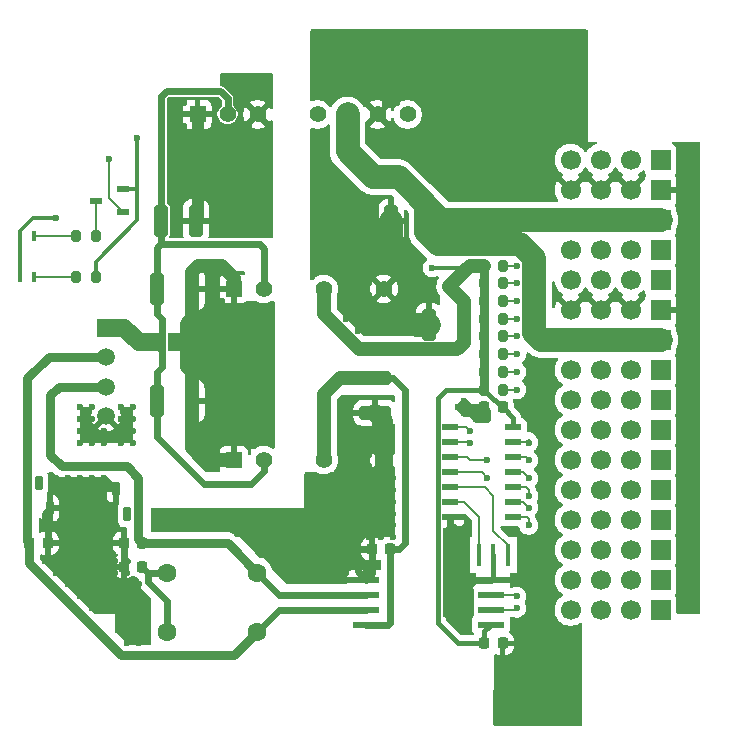
<source format=gtl>
%TF.GenerationSoftware,KiCad,Pcbnew,9.0.4*%
%TF.CreationDate,2025-11-06T05:11:40+09:00*%
%TF.ProjectId,CAN_Isolation_mini,43414e5f-4973-46f6-9c61-74696f6e5f6d,Ver.1.1*%
%TF.SameCoordinates,Original*%
%TF.FileFunction,Copper,L1,Top*%
%TF.FilePolarity,Positive*%
%FSLAX46Y46*%
G04 Gerber Fmt 4.6, Leading zero omitted, Abs format (unit mm)*
G04 Created by KiCad (PCBNEW 9.0.4) date 2025-11-06 05:11:40*
%MOMM*%
%LPD*%
G01*
G04 APERTURE LIST*
G04 Aperture macros list*
%AMRoundRect*
0 Rectangle with rounded corners*
0 $1 Rounding radius*
0 $2 $3 $4 $5 $6 $7 $8 $9 X,Y pos of 4 corners*
0 Add a 4 corners polygon primitive as box body*
4,1,4,$2,$3,$4,$5,$6,$7,$8,$9,$2,$3,0*
0 Add four circle primitives for the rounded corners*
1,1,$1+$1,$2,$3*
1,1,$1+$1,$4,$5*
1,1,$1+$1,$6,$7*
1,1,$1+$1,$8,$9*
0 Add four rect primitives between the rounded corners*
20,1,$1+$1,$2,$3,$4,$5,0*
20,1,$1+$1,$4,$5,$6,$7,0*
20,1,$1+$1,$6,$7,$8,$9,0*
20,1,$1+$1,$8,$9,$2,$3,0*%
G04 Aperture macros list end*
%TA.AperFunction,SMDPad,CuDef*%
%ADD10RoundRect,0.225000X-0.225000X-0.250000X0.225000X-0.250000X0.225000X0.250000X-0.225000X0.250000X0*%
%TD*%
%TA.AperFunction,SMDPad,CuDef*%
%ADD11RoundRect,0.200000X-0.200000X-0.275000X0.200000X-0.275000X0.200000X0.275000X-0.200000X0.275000X0*%
%TD*%
%TA.AperFunction,SMDPad,CuDef*%
%ADD12R,2.253927X0.622132*%
%TD*%
%TA.AperFunction,ComponentPad*%
%ADD13R,1.700000X1.700000*%
%TD*%
%TA.AperFunction,ComponentPad*%
%ADD14C,1.700000*%
%TD*%
%TA.AperFunction,ComponentPad*%
%ADD15R,1.508000X1.508000*%
%TD*%
%TA.AperFunction,ComponentPad*%
%ADD16C,1.508000*%
%TD*%
%TA.AperFunction,SMDPad,CuDef*%
%ADD17R,0.690000X0.320000*%
%TD*%
%TA.AperFunction,SMDPad,CuDef*%
%ADD18R,1.000000X1.600000*%
%TD*%
%TA.AperFunction,SMDPad,CuDef*%
%ADD19RoundRect,0.250000X-0.325000X-1.100000X0.325000X-1.100000X0.325000X1.100000X-0.325000X1.100000X0*%
%TD*%
%TA.AperFunction,ComponentPad*%
%ADD20C,1.600000*%
%TD*%
%TA.AperFunction,SMDPad,CuDef*%
%ADD21R,1.016000X0.558800*%
%TD*%
%TA.AperFunction,SMDPad,CuDef*%
%ADD22RoundRect,0.075000X0.225000X-0.540000X0.225000X0.540000X-0.225000X0.540000X-0.225000X-0.540000X0*%
%TD*%
%TA.AperFunction,SMDPad,CuDef*%
%ADD23R,0.393700X0.812800*%
%TD*%
%TA.AperFunction,ComponentPad*%
%ADD24R,1.397000X1.397000*%
%TD*%
%TA.AperFunction,ComponentPad*%
%ADD25C,1.397000*%
%TD*%
%TA.AperFunction,SMDPad,CuDef*%
%ADD26R,1.397000X0.558800*%
%TD*%
%TA.AperFunction,SMDPad,CuDef*%
%ADD27RoundRect,0.225000X0.225000X0.250000X-0.225000X0.250000X-0.225000X-0.250000X0.225000X-0.250000X0*%
%TD*%
%TA.AperFunction,SMDPad,CuDef*%
%ADD28RoundRect,0.250000X0.325000X1.100000X-0.325000X1.100000X-0.325000X-1.100000X0.325000X-1.100000X0*%
%TD*%
%TA.AperFunction,SMDPad,CuDef*%
%ADD29R,0.400000X1.900000*%
%TD*%
%TA.AperFunction,SMDPad,CuDef*%
%ADD30RoundRect,0.250000X-1.100000X0.325000X-1.100000X-0.325000X1.100000X-0.325000X1.100000X0.325000X0*%
%TD*%
%TA.AperFunction,SMDPad,CuDef*%
%ADD31RoundRect,0.075000X-0.225000X0.540000X-0.225000X-0.540000X0.225000X-0.540000X0.225000X0.540000X0*%
%TD*%
%TA.AperFunction,ViaPad*%
%ADD32C,0.600000*%
%TD*%
%TA.AperFunction,Conductor*%
%ADD33C,0.600000*%
%TD*%
%TA.AperFunction,Conductor*%
%ADD34C,1.500000*%
%TD*%
%TA.AperFunction,Conductor*%
%ADD35C,0.400000*%
%TD*%
%TA.AperFunction,Conductor*%
%ADD36C,1.200000*%
%TD*%
%TA.AperFunction,Conductor*%
%ADD37C,1.100000*%
%TD*%
%TA.AperFunction,Conductor*%
%ADD38C,1.000000*%
%TD*%
%TA.AperFunction,Conductor*%
%ADD39C,0.800000*%
%TD*%
%TA.AperFunction,Conductor*%
%ADD40C,0.200000*%
%TD*%
%TA.AperFunction,Conductor*%
%ADD41C,2.000000*%
%TD*%
%TA.AperFunction,Conductor*%
%ADD42C,0.300000*%
%TD*%
G04 APERTURE END LIST*
D10*
%TO.P,C7,1*%
%TO.N,GND_VP*%
X129882095Y-100294905D03*
%TO.P,C7,2*%
%TO.N,+3.3VP*%
X131432095Y-100294905D03*
%TD*%
D11*
%TO.P,R9,1*%
%TO.N,Net-(LED1-Pad1)*%
X95332095Y-89294905D03*
%TO.P,R9,2*%
%TO.N,GND_VP*%
X96982095Y-89294905D03*
%TD*%
D12*
%TO.P,U2,1,VCC1*%
%TO.N,+3.3VP*%
X130457618Y-118699905D03*
%TO.P,U2,2,TXD*%
%TO.N,Net-(U1-TXCAN)*%
X130457618Y-117429905D03*
%TO.P,U2,3,RXD*%
%TO.N,Net-(U1-RXCAN)*%
X130457618Y-116159905D03*
%TO.P,U2,4,GND1*%
%TO.N,GND_VP*%
X130457618Y-114889905D03*
%TO.P,U2,5,GND2*%
%TO.N,GND_5VCAN*%
X119856572Y-114889905D03*
%TO.P,U2,6,CANL*%
%TO.N,CAN_L*%
X119856572Y-116159905D03*
%TO.P,U2,7,CANH*%
%TO.N,CAN_H*%
X119856572Y-117429905D03*
%TO.P,U2,8,VCC2*%
%TO.N,+5VCAN*%
X119856572Y-118699905D03*
%TD*%
D13*
%TO.P,J6,1,Pin_1*%
%TO.N,unconnected-(J6-Pin_1-Pad1)*%
X144810000Y-89500000D03*
D14*
%TO.P,J6,2,Pin_2*%
%TO.N,unconnected-(J6-Pin_2-Pad2)*%
X142270000Y-89500000D03*
%TO.P,J6,3,Pin_3*%
%TO.N,unconnected-(J6-Pin_3-Pad3)*%
X139730000Y-89500000D03*
%TO.P,J6,4,Pin_4*%
%TO.N,unconnected-(J6-Pin_4-Pad4)*%
X137190000Y-89500000D03*
%TD*%
D13*
%TO.P,J3,1,Pin_1*%
%TO.N,GND_VP*%
X144810000Y-81880000D03*
D14*
%TO.P,J3,2,Pin_2*%
X142270000Y-81880000D03*
%TO.P,J3,3,Pin_3*%
X139730000Y-81880000D03*
%TO.P,J3,4,Pin_4*%
X137190000Y-81880000D03*
%TD*%
D15*
%TO.P,J1,1,1*%
%TO.N,BAT_12V*%
X97857095Y-93544905D03*
D16*
%TO.P,J1,2,2*%
%TO.N,CAN_H*%
X97857095Y-96044905D03*
%TO.P,J1,3,3*%
%TO.N,CAN_L*%
X97857095Y-98544905D03*
%TO.P,J1,4,4*%
%TO.N,BAT_GND*%
X97857095Y-101044905D03*
%TD*%
D10*
%TO.P,C10,1*%
%TO.N,CAN_H*%
X91382095Y-111794905D03*
%TO.P,C10,2*%
%TO.N,GND_5VCAN*%
X92932095Y-111794905D03*
%TD*%
D13*
%TO.P,J8,1,Pin_1*%
%TO.N,+5VP*%
X144810000Y-94580000D03*
D14*
%TO.P,J8,2,Pin_2*%
X142270000Y-94580000D03*
%TO.P,J8,3,Pin_3*%
X139730000Y-94580000D03*
%TO.P,J8,4,Pin_4*%
X137190000Y-94580000D03*
%TD*%
D13*
%TO.P,J11,1,Pin_1*%
%TO.N,CAN_LED*%
X144810000Y-102200000D03*
D14*
%TO.P,J11,2,Pin_2*%
X142270000Y-102200000D03*
%TO.P,J11,3,Pin_3*%
X139730000Y-102200000D03*
%TO.P,J11,4,Pin_4*%
X137190000Y-102200000D03*
%TD*%
D13*
%TO.P,J17,1,Pin_1*%
%TO.N,unconnected-(J17-Pin_1-Pad1)*%
X144810000Y-117440000D03*
D14*
%TO.P,J17,2,Pin_2*%
%TO.N,unconnected-(J17-Pin_2-Pad2)*%
X142270000Y-117440000D03*
%TO.P,J17,3,Pin_3*%
%TO.N,unconnected-(J17-Pin_3-Pad3)*%
X139730000Y-117440000D03*
%TO.P,J17,4,Pin_4*%
%TO.N,unconnected-(J17-Pin_4-Pad4)*%
X137190000Y-117440000D03*
%TD*%
D17*
%TO.P,U5,1,GND*%
%TO.N,BAT_GND*%
X104677095Y-95444905D03*
%TO.P,U5,2,GND*%
X104677095Y-94794905D03*
%TO.P,U5,3,GND*%
X104677095Y-94144905D03*
%TO.P,U5,4,IN*%
%TO.N,BAT_12V*%
X102637095Y-94144905D03*
%TO.P,U5,5,IN*%
X102637095Y-94794905D03*
%TO.P,U5,6,IN*%
X102637095Y-95444905D03*
D18*
%TO.P,U5,7,GND*%
%TO.N,BAT_GND*%
X103657095Y-94794905D03*
%TD*%
D13*
%TO.P,J15,1,Pin_1*%
%TO.N,CAN_SCK*%
X144810000Y-112360000D03*
D14*
%TO.P,J15,2,Pin_2*%
X142270000Y-112360000D03*
%TO.P,J15,3,Pin_3*%
X139730000Y-112360000D03*
%TO.P,J15,4,Pin_4*%
X137190000Y-112360000D03*
%TD*%
D13*
%TO.P,J13,1,Pin_1*%
%TO.N,CAN_SDO*%
X144810000Y-107280000D03*
D14*
%TO.P,J13,2,Pin_2*%
X142270000Y-107280000D03*
%TO.P,J13,3,Pin_3*%
X139730000Y-107280000D03*
%TO.P,J13,4,Pin_4*%
X137190000Y-107280000D03*
%TD*%
D19*
%TO.P,C2,1*%
%TO.N,BAT_12V*%
X102182095Y-99794905D03*
%TO.P,C2,2*%
%TO.N,BAT_GND*%
X105132095Y-99794905D03*
%TD*%
D20*
%TO.P,R12,1*%
%TO.N,Net-(C12-Pad1)*%
X103037095Y-114294905D03*
%TO.P,R12,2*%
%TO.N,CAN_L*%
X110657095Y-114294905D03*
%TD*%
D10*
%TO.P,C5,1*%
%TO.N,+3.3VP*%
X129882095Y-120294905D03*
%TO.P,C5,2*%
%TO.N,GND_VP*%
X131432095Y-120294905D03*
%TD*%
D21*
%TO.P,U6,1*%
%TO.N,CAN_LED*%
X99300095Y-83744906D03*
%TO.P,U6,2*%
%TO.N,GND_VP*%
X99300095Y-81844904D03*
%TO.P,U6,3*%
%TO.N,Net-(R10-Pad2)*%
X97014095Y-82794905D03*
%TD*%
D13*
%TO.P,J16,1,Pin_1*%
%TO.N,unconnected-(J16-Pin_1-Pad1)*%
X144810000Y-114900000D03*
D14*
%TO.P,J16,2,Pin_2*%
%TO.N,unconnected-(J16-Pin_2-Pad2)*%
X142270000Y-114900000D03*
%TO.P,J16,3,Pin_3*%
%TO.N,unconnected-(J16-Pin_3-Pad3)*%
X139730000Y-114900000D03*
%TO.P,J16,4,Pin_4*%
%TO.N,unconnected-(J16-Pin_4-Pad4)*%
X137190000Y-114900000D03*
%TD*%
D13*
%TO.P,J7,1,Pin_1*%
%TO.N,GND_VP*%
X144810000Y-92040000D03*
D14*
%TO.P,J7,2,Pin_2*%
X142270000Y-92040000D03*
%TO.P,J7,3,Pin_3*%
X139730000Y-92040000D03*
%TO.P,J7,4,Pin_4*%
X137190000Y-92040000D03*
%TD*%
D10*
%TO.P,C11,1*%
%TO.N,GND_5VCAN*%
X99382095Y-111794905D03*
%TO.P,C11,2*%
%TO.N,CAN_L*%
X100932095Y-111794905D03*
%TD*%
D22*
%TO.P,D1,1*%
%TO.N,CAN_H*%
X91207095Y-108854905D03*
%TO.P,D1,2*%
%TO.N,GND_5VCAN*%
X93107095Y-108854905D03*
%TO.P,D1,3*%
%TO.N,unconnected-(D1-Pad3)*%
X92157095Y-106734905D03*
%TD*%
D23*
%TO.P,LED2,1*%
%TO.N,Net-(LED2-Pad1)*%
X91760345Y-85794905D03*
%TO.P,LED2,2*%
%TO.N,+3.3VP*%
X90553845Y-85794905D03*
%TD*%
D13*
%TO.P,J10,1,Pin_1*%
%TO.N,unconnected-(J10-Pin_1-Pad1)*%
X144810000Y-99660000D03*
D14*
%TO.P,J10,2,Pin_2*%
%TO.N,unconnected-(J10-Pin_2-Pad2)*%
X142270000Y-99660000D03*
%TO.P,J10,3,Pin_3*%
%TO.N,unconnected-(J10-Pin_3-Pad3)*%
X139730000Y-99660000D03*
%TO.P,J10,4,Pin_4*%
%TO.N,unconnected-(J10-Pin_4-Pad4)*%
X137190000Y-99660000D03*
%TD*%
D19*
%TO.P,C8,1*%
%TO.N,BAT_12V*%
X102525000Y-84500000D03*
%TO.P,C8,2*%
%TO.N,BAT_GND*%
X105475000Y-84500000D03*
%TD*%
D24*
%TO.P,U3,1,-VIN*%
%TO.N,BAT_GND*%
X108680095Y-90270905D03*
D25*
%TO.P,U3,2,+VIN*%
%TO.N,BAT_12V*%
X111220095Y-90270905D03*
%TO.P,U3,3,+VOUT*%
%TO.N,+3.3VP*%
X116300095Y-90270905D03*
%TO.P,U3,4,-VOUT*%
%TO.N,GND_VP*%
X121380095Y-90270905D03*
%TD*%
D24*
%TO.P,U4,1,-VIN*%
%TO.N,BAT_GND*%
X108680095Y-104770905D03*
D25*
%TO.P,U4,2,+VIN*%
%TO.N,BAT_12V*%
X111220095Y-104770905D03*
%TO.P,U4,3,+VOUT*%
%TO.N,+5VCAN*%
X116300095Y-104770905D03*
%TO.P,U4,4,-VOUT*%
%TO.N,GND_5VCAN*%
X121380095Y-104770905D03*
%TD*%
D13*
%TO.P,J9,1,Pin_1*%
%TO.N,unconnected-(J9-Pin_1-Pad1)*%
X144810000Y-97120000D03*
D14*
%TO.P,J9,2,Pin_2*%
%TO.N,unconnected-(J9-Pin_2-Pad2)*%
X142270000Y-97120000D03*
%TO.P,J9,3,Pin_3*%
%TO.N,unconnected-(J9-Pin_3-Pad3)*%
X139730000Y-97120000D03*
%TO.P,J9,4,Pin_4*%
%TO.N,unconnected-(J9-Pin_4-Pad4)*%
X137190000Y-97120000D03*
%TD*%
D11*
%TO.P,R5,1*%
%TO.N,+3.3VP*%
X129832095Y-92794905D03*
%TO.P,R5,2*%
%TO.N,CAN_GPIO0*%
X131482095Y-92794905D03*
%TD*%
%TO.P,R3,1*%
%TO.N,+3.3VP*%
X129832095Y-95794905D03*
%TO.P,R3,2*%
%TO.N,CAN_SDI*%
X131482095Y-95794905D03*
%TD*%
D26*
%TO.P,U1,1,TXCAN*%
%TO.N,Net-(U1-TXCAN)*%
X127002795Y-101984905D03*
%TO.P,U1,2,RXCAN*%
%TO.N,Net-(U1-RXCAN)*%
X127002795Y-103254905D03*
%TO.P,U1,3,CLKO/SOF*%
%TO.N,CAN_CLK*%
X127002795Y-104524905D03*
%TO.P,U1,4,\u002AINT*%
%TO.N,CAN_INT*%
X127002795Y-105794905D03*
%TO.P,U1,5,OSC2*%
%TO.N,Net-(U1-OSC2)*%
X127002795Y-107064905D03*
%TO.P,U1,6,OSC1*%
%TO.N,Net-(U1-OSC1)*%
X127002795Y-108334905D03*
%TO.P,U1,7,VSS*%
%TO.N,GND_VP*%
X127002795Y-109604905D03*
%TO.P,U1,8,\u002AINT1/GPIO1*%
%TO.N,CAN_GPIO1*%
X132311395Y-109604905D03*
%TO.P,U1,9,\u002AINT0/GPIO0/XSTBY*%
%TO.N,CAN_GPIO0*%
X132311395Y-108334905D03*
%TO.P,U1,10,SCK*%
%TO.N,CAN_SCK*%
X132311395Y-107064905D03*
%TO.P,U1,11,SDI*%
%TO.N,CAN_SDI*%
X132311395Y-105794905D03*
%TO.P,U1,12,SDO*%
%TO.N,CAN_SDO*%
X132311395Y-104524905D03*
%TO.P,U1,13,NCS*%
%TO.N,CAN_CS*%
X132311395Y-103254905D03*
%TO.P,U1,14,VDD*%
%TO.N,+3.3VP*%
X132311395Y-101984905D03*
%TD*%
D23*
%TO.P,LED1,1*%
%TO.N,Net-(LED1-Pad1)*%
X91760345Y-89294905D03*
%TO.P,LED1,2*%
%TO.N,+3.3VP*%
X90553845Y-89294905D03*
%TD*%
D24*
%TO.P,U7,1,-VIN*%
%TO.N,BAT_GND*%
X105610000Y-75500000D03*
D25*
%TO.P,U7,2,+VIN*%
%TO.N,BAT_12V*%
X108150000Y-75500000D03*
%TO.P,U7,3,RC*%
%TO.N,BAT_GND*%
X110690000Y-75500000D03*
%TO.P,U7,5,NC*%
%TO.N,unconnected-(U7-NC-Pad5)*%
X115770000Y-75500000D03*
%TO.P,U7,6,+VOUT*%
%TO.N,+5VP*%
X118310000Y-75500000D03*
%TO.P,U7,7,-VOUT*%
%TO.N,GND_VP*%
X120850000Y-75500000D03*
%TO.P,U7,8,NC*%
%TO.N,unconnected-(U7-NC-Pad8)*%
X123390000Y-75500000D03*
%TD*%
D11*
%TO.P,R2,1*%
%TO.N,+3.3VP*%
X129832095Y-97294905D03*
%TO.P,R2,2*%
%TO.N,CAN_SDO*%
X131482095Y-97294905D03*
%TD*%
D19*
%TO.P,C1,1*%
%TO.N,BAT_12V*%
X102182095Y-90294905D03*
%TO.P,C1,2*%
%TO.N,BAT_GND*%
X105132095Y-90294905D03*
%TD*%
D27*
%TO.P,C6,1*%
%TO.N,+5VCAN*%
X121932095Y-112294905D03*
%TO.P,C6,2*%
%TO.N,GND_5VCAN*%
X120382095Y-112294905D03*
%TD*%
%TO.P,C12,1*%
%TO.N,Net-(C12-Pad1)*%
X100932095Y-113794905D03*
%TO.P,C12,2*%
%TO.N,GND_5VCAN*%
X99382095Y-113794905D03*
%TD*%
D20*
%TO.P,R11,1*%
%TO.N,CAN_H*%
X110657095Y-119294905D03*
%TO.P,R11,2*%
%TO.N,Net-(C12-Pad1)*%
X103037095Y-119294905D03*
%TD*%
D28*
%TO.P,C3,1*%
%TO.N,+3.3VP*%
X128132095Y-93294905D03*
%TO.P,C3,2*%
%TO.N,GND_VP*%
X125182095Y-93294905D03*
%TD*%
D13*
%TO.P,J2,1,Pin_1*%
%TO.N,unconnected-(J2-Pin_1-Pad1)*%
X144810000Y-79340000D03*
D14*
%TO.P,J2,2,Pin_2*%
%TO.N,unconnected-(J2-Pin_2-Pad2)*%
X142270000Y-79340000D03*
%TO.P,J2,3,Pin_3*%
%TO.N,unconnected-(J2-Pin_3-Pad3)*%
X139730000Y-79340000D03*
%TO.P,J2,4,Pin_4*%
%TO.N,unconnected-(J2-Pin_4-Pad4)*%
X137190000Y-79340000D03*
%TD*%
D13*
%TO.P,J5,1,Pin_1*%
%TO.N,unconnected-(J5-Pin_1-Pad1)*%
X144810000Y-86960000D03*
D14*
%TO.P,J5,2,Pin_2*%
%TO.N,unconnected-(J5-Pin_2-Pad2)*%
X142270000Y-86960000D03*
%TO.P,J5,3,Pin_3*%
%TO.N,unconnected-(J5-Pin_3-Pad3)*%
X139730000Y-86960000D03*
%TO.P,J5,4,Pin_4*%
%TO.N,unconnected-(J5-Pin_4-Pad4)*%
X137190000Y-86960000D03*
%TD*%
D29*
%TO.P,Y1,1*%
%TO.N,Net-(U1-OSC2)*%
X131857095Y-112794905D03*
%TO.P,Y1,2*%
%TO.N,GND_VP*%
X130657095Y-112794905D03*
%TO.P,Y1,3*%
%TO.N,Net-(U1-OSC1)*%
X129457095Y-112794905D03*
%TD*%
D30*
%TO.P,C4,1*%
%TO.N,+5VCAN*%
X120657095Y-97819905D03*
%TO.P,C4,2*%
%TO.N,GND_5VCAN*%
X120657095Y-100769905D03*
%TD*%
D28*
%TO.P,C9,1*%
%TO.N,+5VP*%
X124975000Y-84500000D03*
%TO.P,C9,2*%
%TO.N,GND_VP*%
X122025000Y-84500000D03*
%TD*%
D31*
%TO.P,D2,1*%
%TO.N,CAN_L*%
X100607095Y-107234905D03*
%TO.P,D2,2*%
%TO.N,GND_5VCAN*%
X98707095Y-107234905D03*
%TO.P,D2,3*%
%TO.N,unconnected-(D2-Pad3)*%
X99657095Y-109354905D03*
%TD*%
D13*
%TO.P,J14,1,Pin_1*%
%TO.N,CAN_SDI*%
X144810000Y-109820000D03*
D14*
%TO.P,J14,2,Pin_2*%
X142270000Y-109820000D03*
%TO.P,J14,3,Pin_3*%
X139730000Y-109820000D03*
%TO.P,J14,4,Pin_4*%
X137190000Y-109820000D03*
%TD*%
D13*
%TO.P,J4,1,Pin_1*%
%TO.N,+5VP*%
X144810000Y-84420000D03*
D14*
%TO.P,J4,2,Pin_2*%
X142270000Y-84420000D03*
%TO.P,J4,3,Pin_3*%
X139730000Y-84420000D03*
%TO.P,J4,4,Pin_4*%
X137190000Y-84420000D03*
%TD*%
D13*
%TO.P,J12,1,Pin_1*%
%TO.N,CAN_CS*%
X144810000Y-104740000D03*
D14*
%TO.P,J12,2,Pin_2*%
X142270000Y-104740000D03*
%TO.P,J12,3,Pin_3*%
X139730000Y-104740000D03*
%TO.P,J12,4,Pin_4*%
X137190000Y-104740000D03*
%TD*%
D11*
%TO.P,R10,1*%
%TO.N,Net-(LED2-Pad1)*%
X95332095Y-85794905D03*
%TO.P,R10,2*%
%TO.N,Net-(R10-Pad2)*%
X96982095Y-85794905D03*
%TD*%
%TO.P,R6,1*%
%TO.N,+3.3VP*%
X129832095Y-91294905D03*
%TO.P,R6,2*%
%TO.N,CAN_GPIO1*%
X131482095Y-91294905D03*
%TD*%
%TO.P,R1,1*%
%TO.N,+3.3VP*%
X129832095Y-98794905D03*
%TO.P,R1,2*%
%TO.N,CAN_CS*%
X131482095Y-98794905D03*
%TD*%
%TO.P,R7,1*%
%TO.N,+3.3VP*%
X129832095Y-88294905D03*
%TO.P,R7,2*%
%TO.N,CAN_CLK*%
X131482095Y-88294905D03*
%TD*%
%TO.P,R8,1*%
%TO.N,+3.3VP*%
X129832095Y-89794905D03*
%TO.P,R8,2*%
%TO.N,CAN_INT*%
X131482095Y-89794905D03*
%TD*%
%TO.P,R4,1*%
%TO.N,+3.3VP*%
X129832095Y-94294905D03*
%TO.P,R4,2*%
%TO.N,CAN_SCK*%
X131482095Y-94294905D03*
%TD*%
D32*
%TO.N,BAT_GND*%
X110657095Y-94270905D03*
X109657095Y-99294905D03*
X107657095Y-92294905D03*
X111657095Y-94294905D03*
X106657095Y-98294905D03*
X108000000Y-84500000D03*
X99157095Y-101294905D03*
X108657095Y-95294905D03*
X110000000Y-76500000D03*
X107657095Y-90294905D03*
X106657095Y-95294905D03*
X106657095Y-94294905D03*
X107000000Y-80500000D03*
X111000000Y-83500000D03*
X109657095Y-95294905D03*
X107657095Y-97294905D03*
X108657095Y-100294905D03*
X111000000Y-80500000D03*
X103500000Y-79500000D03*
X103500000Y-77500000D03*
X99157095Y-102294905D03*
X108657095Y-92294905D03*
X95657095Y-100294905D03*
X109657095Y-102294905D03*
X108657095Y-93294905D03*
X107657095Y-103294905D03*
X100157095Y-100294905D03*
X106657095Y-90294905D03*
X109657095Y-101294905D03*
X107657095Y-93294905D03*
X96657095Y-103294905D03*
X97657095Y-102294905D03*
X106657095Y-97294905D03*
X110000000Y-84500000D03*
X108657095Y-102294905D03*
X107000000Y-79500000D03*
X108657095Y-103294905D03*
X107000000Y-84500000D03*
X103500000Y-80500000D03*
X110657095Y-97294905D03*
X109000000Y-84500000D03*
X110657095Y-93294905D03*
X108000000Y-79500000D03*
X95657095Y-103294905D03*
X107000000Y-85500000D03*
X108000000Y-85500000D03*
X110000000Y-85500000D03*
X108657095Y-96294905D03*
X104000000Y-84500000D03*
X111657095Y-99294905D03*
X95657095Y-101294905D03*
X109000000Y-78500000D03*
X110657095Y-100294905D03*
X96657095Y-102294905D03*
X108000000Y-78500000D03*
X104500000Y-80500000D03*
X111657095Y-100294905D03*
X110000000Y-81500000D03*
X109657095Y-100294905D03*
X110000000Y-78500000D03*
X111657095Y-93294905D03*
X107657095Y-99294905D03*
X108657095Y-98294905D03*
X104500000Y-77500000D03*
X108657095Y-97294905D03*
X110000000Y-77500000D03*
X109657095Y-98294905D03*
X110657095Y-95294905D03*
X107657095Y-95294905D03*
X109000000Y-85500000D03*
X108000000Y-82500000D03*
X111000000Y-85500000D03*
X111000000Y-84500000D03*
X103500000Y-78500000D03*
X99157095Y-100294905D03*
X110000000Y-83500000D03*
X104500000Y-75500000D03*
X107000000Y-74500000D03*
X106657095Y-100294905D03*
X111657095Y-95294905D03*
X109000000Y-83500000D03*
X96657095Y-100294905D03*
X104000000Y-85500000D03*
X103500000Y-74500000D03*
X108657095Y-94294905D03*
X111657095Y-102294905D03*
X108657095Y-101294905D03*
X109000000Y-77500000D03*
X107657095Y-100294905D03*
X106657095Y-92294905D03*
X109657095Y-93294905D03*
X109657095Y-92294905D03*
X100157095Y-101294905D03*
X109657095Y-103294905D03*
X107657095Y-101294905D03*
X111657095Y-92294905D03*
X104000000Y-83500000D03*
X111000000Y-82500000D03*
X107657095Y-102294905D03*
X107000000Y-78500000D03*
X109000000Y-80500000D03*
X103500000Y-75500000D03*
X109657095Y-97294905D03*
X109000000Y-81500000D03*
X104500000Y-79500000D03*
X110657095Y-101294905D03*
X109000000Y-76500000D03*
X110657095Y-99294905D03*
X110000000Y-80500000D03*
X104500000Y-81500000D03*
X96657095Y-101294905D03*
X104500000Y-76500000D03*
X107000000Y-77500000D03*
X104500000Y-78500000D03*
X110657095Y-92294905D03*
X111000000Y-79500000D03*
X99157095Y-103294905D03*
X110657095Y-96294905D03*
X107657095Y-98294905D03*
X109657095Y-94294905D03*
X110000000Y-79500000D03*
X95657095Y-102294905D03*
X111657095Y-103294905D03*
X111000000Y-77500000D03*
X106657095Y-102294905D03*
X110657095Y-102294905D03*
X109000000Y-79500000D03*
X111657095Y-98294905D03*
X110657095Y-98294905D03*
X106657095Y-99294905D03*
X107657095Y-94294905D03*
X108000000Y-81500000D03*
X107000000Y-82500000D03*
X104500000Y-82500000D03*
X111657095Y-101294905D03*
X104500000Y-74500000D03*
X107000000Y-83500000D03*
X108657095Y-99294905D03*
X111657095Y-97294905D03*
X106657095Y-101294905D03*
X108000000Y-77500000D03*
X106657095Y-103294905D03*
X109657095Y-96294905D03*
X110000000Y-82500000D03*
X100157095Y-103294905D03*
X111000000Y-81500000D03*
X107657095Y-91294905D03*
X110657095Y-103294905D03*
X106657095Y-96294905D03*
X97657095Y-103294905D03*
X103500000Y-81500000D03*
X111657095Y-96294905D03*
X108000000Y-80500000D03*
X106657095Y-93294905D03*
X103500000Y-76500000D03*
X111000000Y-78500000D03*
X108000000Y-83500000D03*
X107000000Y-76500000D03*
X107657095Y-96294905D03*
X100157095Y-102294905D03*
X107000000Y-81500000D03*
X106657095Y-91294905D03*
X109000000Y-82500000D03*
%TO.N,GND_5VCAN*%
X120157095Y-107294905D03*
X113157095Y-114294905D03*
X111157095Y-109294905D03*
X118157095Y-114294905D03*
X97657095Y-114294905D03*
X115157095Y-109294905D03*
X96657095Y-109294905D03*
X107157095Y-110294905D03*
X116157095Y-108294905D03*
X95657095Y-111294905D03*
X122157095Y-106294905D03*
X97657095Y-113294905D03*
X122157095Y-111294905D03*
X97657095Y-117294905D03*
X120157095Y-109294905D03*
X93657095Y-113294905D03*
X95657095Y-112294905D03*
X97657095Y-108294905D03*
X121157095Y-106294905D03*
X117157095Y-109294905D03*
X108157095Y-109294905D03*
X118157095Y-111294905D03*
X94657095Y-110294905D03*
X122157095Y-107294905D03*
X118157095Y-112294905D03*
X108157095Y-110294905D03*
X118157095Y-102294905D03*
X120157095Y-102294905D03*
X97657095Y-109294905D03*
X106157095Y-109294905D03*
X113157095Y-112294905D03*
X122157095Y-110294905D03*
X95657095Y-114294905D03*
X113157095Y-109294905D03*
X96657095Y-110294905D03*
X97657095Y-106294905D03*
X96657095Y-115294905D03*
X96657095Y-113294905D03*
X103157095Y-109294905D03*
X119157095Y-113294905D03*
X119157095Y-102294905D03*
X96657095Y-117294905D03*
X117157095Y-114294905D03*
X102157095Y-109294905D03*
X114157095Y-109294905D03*
X99657095Y-116294905D03*
X94657095Y-114294905D03*
X100657095Y-115294905D03*
X114157095Y-114294905D03*
X100657095Y-117294905D03*
X93657095Y-110294905D03*
X115157095Y-112294905D03*
X94657095Y-109294905D03*
X121157095Y-108294905D03*
X114157095Y-111294905D03*
X95657095Y-113294905D03*
X98657095Y-117294905D03*
X120157095Y-106294905D03*
X119157095Y-108294905D03*
X114157095Y-110294905D03*
X99657095Y-115294905D03*
X112157095Y-110294905D03*
X111157095Y-112294905D03*
X96657095Y-111294905D03*
X99657095Y-113294905D03*
X109157095Y-109294905D03*
X121157095Y-109294905D03*
X100657095Y-119294905D03*
X96657095Y-114294905D03*
X120157095Y-105294905D03*
X96657095Y-107294905D03*
X115157095Y-107294905D03*
X121157095Y-111294905D03*
X117157095Y-111294905D03*
X96657095Y-116294905D03*
X94657095Y-108294905D03*
X111157095Y-111294905D03*
X117157095Y-113294905D03*
X116157095Y-111294905D03*
X95657095Y-115294905D03*
X112157095Y-112294905D03*
X115157095Y-106294905D03*
X100657095Y-120294905D03*
X97657095Y-111294905D03*
X97657095Y-110294905D03*
X105157095Y-109294905D03*
X114157095Y-113294905D03*
X114157095Y-112294905D03*
X94657095Y-113294905D03*
X122157095Y-109294905D03*
X99657095Y-114294905D03*
X93657095Y-106294905D03*
X121157095Y-110294905D03*
X120157095Y-108294905D03*
X120157095Y-110294905D03*
X118157095Y-103294905D03*
X112157095Y-109294905D03*
X119157095Y-104294905D03*
X95657095Y-109294905D03*
X118157095Y-107294905D03*
X93657095Y-107294905D03*
X104157095Y-109294905D03*
X122157095Y-108294905D03*
X113157095Y-111294905D03*
X118157095Y-104294905D03*
X113157095Y-110294905D03*
X117157095Y-108294905D03*
X105157095Y-110294905D03*
X100657095Y-118294905D03*
X119157095Y-110294905D03*
X119157095Y-109294905D03*
X102157095Y-110294905D03*
X95657095Y-106294905D03*
X120157095Y-104294905D03*
X97657095Y-112294905D03*
X117157095Y-107294905D03*
X98657095Y-109294905D03*
X95657095Y-107294905D03*
X98657095Y-110294905D03*
X94657095Y-106294905D03*
X99657095Y-118294905D03*
X115157095Y-114294905D03*
X100657095Y-116294905D03*
X103157095Y-110294905D03*
X94657095Y-112294905D03*
X116157095Y-113294905D03*
X92657095Y-110294905D03*
X99657095Y-119294905D03*
X96657095Y-112294905D03*
X118157095Y-113294905D03*
X116157095Y-109294905D03*
X116157095Y-110294905D03*
X119157095Y-106294905D03*
X121157095Y-107294905D03*
X107157095Y-109294905D03*
X92657095Y-113294905D03*
X111157095Y-110294905D03*
X96657095Y-108294905D03*
X97657095Y-107294905D03*
X98657095Y-114294905D03*
X119157095Y-107294905D03*
X118157095Y-106294905D03*
X94657095Y-115294905D03*
X110157095Y-109294905D03*
X110157095Y-111294905D03*
X120157095Y-111294905D03*
X118157095Y-109294905D03*
X99657095Y-117294905D03*
X109157095Y-110294905D03*
X115157095Y-108294905D03*
X95657095Y-116294905D03*
X115157095Y-113294905D03*
X119157095Y-111294905D03*
X93657095Y-114294905D03*
X116157095Y-106294905D03*
X94657095Y-111294905D03*
X117157095Y-112294905D03*
X116157095Y-107294905D03*
X116157095Y-114294905D03*
X120157095Y-103294905D03*
X118157095Y-105294905D03*
X99657095Y-120294905D03*
X119157095Y-112294905D03*
X117157095Y-110294905D03*
X98657095Y-115294905D03*
X118157095Y-110294905D03*
X97657095Y-115294905D03*
X117157095Y-106294905D03*
X113157095Y-113294905D03*
X94657095Y-107294905D03*
X115157095Y-111294905D03*
X104157095Y-110294905D03*
X98657095Y-116294905D03*
X119157095Y-103294905D03*
X118157095Y-108294905D03*
X98657095Y-113294905D03*
X112157095Y-111294905D03*
X106157095Y-110294905D03*
X116157095Y-112294905D03*
X115157095Y-110294905D03*
X95657095Y-110294905D03*
X119157095Y-105294905D03*
X110157095Y-110294905D03*
X95657095Y-108294905D03*
X96657095Y-106294905D03*
X97657095Y-116294905D03*
%TO.N,CAN_CS*%
X133657095Y-103294905D03*
X132657095Y-98794905D03*
%TO.N,CAN_SDO*%
X133657095Y-104794905D03*
X132657095Y-97294905D03*
%TO.N,CAN_SDI*%
X133657095Y-106294905D03*
X132657095Y-95794905D03*
%TO.N,CAN_SCK*%
X132657095Y-94294905D03*
X133657095Y-107794905D03*
%TO.N,CAN_GPIO0*%
X132657095Y-92794905D03*
X133657095Y-108794905D03*
%TO.N,CAN_GPIO1*%
X133657095Y-110294905D03*
X132657095Y-91294905D03*
%TO.N,CAN_CLK*%
X130157095Y-104794905D03*
X132657095Y-88294905D03*
%TO.N,CAN_INT*%
X132657095Y-89794905D03*
X130157095Y-106294905D03*
%TO.N,Net-(U1-RXCAN)*%
X128657095Y-103294905D03*
X132657095Y-116294905D03*
%TO.N,Net-(U1-TXCAN)*%
X128657095Y-102294905D03*
X132657095Y-117294905D03*
%TO.N,CAN_LED*%
X98157095Y-79294905D03*
%TO.N,GND_VP*%
X122157095Y-92794905D03*
X125500000Y-79000000D03*
X119157095Y-93794905D03*
X121157095Y-87794905D03*
X133000000Y-77000000D03*
X123157095Y-93794905D03*
X127657095Y-115794905D03*
X122157095Y-88794905D03*
X125500000Y-75500000D03*
X118157095Y-91794905D03*
X126657095Y-116794905D03*
X120157095Y-92794905D03*
X130157095Y-101294905D03*
X134000000Y-120000000D03*
X128657095Y-115794905D03*
X128657095Y-100294905D03*
X122500000Y-79000000D03*
X120500000Y-73500000D03*
X122157095Y-93794905D03*
X121157095Y-91794905D03*
X128157095Y-100794905D03*
X124500000Y-78000000D03*
X121500000Y-79000000D03*
X123157095Y-89794905D03*
X127657095Y-114794905D03*
X126657095Y-115794905D03*
X121500000Y-73500000D03*
X124500000Y-80000000D03*
X125500000Y-74500000D03*
X128157095Y-99794905D03*
X127657095Y-112794905D03*
X120157095Y-87794905D03*
X126657095Y-110794905D03*
X127657095Y-100294905D03*
X100500000Y-77500000D03*
X134000000Y-121000000D03*
X123500000Y-73500000D03*
X120157095Y-88794905D03*
X119157095Y-89794905D03*
X123500000Y-77000000D03*
X122500000Y-74500000D03*
X120500000Y-78000000D03*
X123157095Y-88794905D03*
X127657095Y-116794905D03*
X119157095Y-90794905D03*
X124500000Y-79000000D03*
X127657095Y-110794905D03*
X120500000Y-77000000D03*
X119157095Y-92794905D03*
X118157095Y-88794905D03*
X122157095Y-87794905D03*
X125500000Y-73500000D03*
X121157095Y-93794905D03*
X118157095Y-89794905D03*
X127657095Y-111794905D03*
X125500000Y-80000000D03*
X133000000Y-121000000D03*
X132000000Y-122000000D03*
X122500000Y-77000000D03*
X127657095Y-113794905D03*
X137000000Y-77000000D03*
X118157095Y-92794905D03*
X124500000Y-74500000D03*
X122157095Y-91794905D03*
X122500000Y-73500000D03*
X133000000Y-120000000D03*
X119157095Y-91794905D03*
X121157095Y-88794905D03*
X134000000Y-122000000D03*
X131000000Y-77000000D03*
X123157095Y-92794905D03*
X121500000Y-77000000D03*
X121500000Y-78000000D03*
X126657095Y-112794905D03*
X118157095Y-90794905D03*
X134000000Y-77000000D03*
X133000000Y-122000000D03*
X126657095Y-113794905D03*
X130000000Y-77000000D03*
X124500000Y-77000000D03*
X123157095Y-91794905D03*
X121500000Y-74500000D03*
X120157095Y-90794905D03*
X127657095Y-117794905D03*
X120157095Y-91794905D03*
X121157095Y-92794905D03*
X126657095Y-111794905D03*
X118157095Y-87794905D03*
X136000000Y-77000000D03*
X128657095Y-117794905D03*
X132000000Y-77000000D03*
X120157095Y-93794905D03*
X119157095Y-88794905D03*
X129157095Y-101294905D03*
X135000000Y-77000000D03*
X124500000Y-73500000D03*
X123500000Y-79000000D03*
X123157095Y-87794905D03*
X126657095Y-117794905D03*
X125500000Y-78000000D03*
X119157095Y-87794905D03*
X128657095Y-116794905D03*
X125500000Y-77000000D03*
X126657095Y-114794905D03*
X123157095Y-90794905D03*
X120157095Y-89794905D03*
X123500000Y-78000000D03*
X122500000Y-78000000D03*
X138000000Y-77000000D03*
%TO.N,+3.3VP*%
X125500000Y-88500000D03*
X93657095Y-84294905D03*
%TO.N,+5VP*%
X122500000Y-80810000D03*
X124162500Y-82337500D03*
X121500000Y-80810000D03*
X123662500Y-81837500D03*
X123162500Y-81337500D03*
X120500000Y-80810000D03*
%TD*%
D33*
%TO.N,BAT_12V*%
X102525000Y-86427000D02*
X102525000Y-84500000D01*
X102182095Y-102819905D02*
X106157095Y-106794905D01*
X102525000Y-84500000D02*
X102525000Y-73975000D01*
X103000000Y-73500000D02*
X107500000Y-73500000D01*
D34*
X97857095Y-93544905D02*
X99407095Y-93544905D01*
D33*
X102637095Y-94144905D02*
X102637095Y-95444905D01*
X111220095Y-105731905D02*
X111220095Y-104770905D01*
X108150000Y-74150000D02*
X108150000Y-75500000D01*
X110157095Y-106794905D02*
X111220095Y-105731905D01*
X102182095Y-99794905D02*
X102182095Y-102819905D01*
X110862190Y-86500000D02*
X111220095Y-86857905D01*
X102637095Y-95444905D02*
X102637095Y-96864905D01*
X102182095Y-97319905D02*
X102182095Y-99794905D01*
D34*
X100657095Y-94794905D02*
X102206095Y-94794905D01*
D33*
X102182095Y-86769905D02*
X102525000Y-86427000D01*
X107500000Y-73500000D02*
X108150000Y-74150000D01*
X102452000Y-86500000D02*
X110862190Y-86500000D01*
D34*
X99407095Y-93544905D02*
X100657095Y-94794905D01*
D33*
X102182095Y-90294905D02*
X102182095Y-86769905D01*
X102182095Y-86769905D02*
X102452000Y-86500000D01*
X102637095Y-96864905D02*
X102182095Y-97319905D01*
X102525000Y-73975000D02*
X103000000Y-73500000D01*
X102637095Y-92814905D02*
X102182095Y-92359905D01*
X102637095Y-94144905D02*
X102637095Y-92814905D01*
X106157095Y-106794905D02*
X110157095Y-106794905D01*
X102182095Y-92359905D02*
X102182095Y-90294905D01*
X111220095Y-86857905D02*
X111220095Y-90270905D01*
D35*
%TO.N,BAT_GND*%
X104307095Y-94144905D02*
X103657095Y-94794905D01*
D36*
X105132095Y-97319905D02*
X104677095Y-96864905D01*
X104677095Y-94144905D02*
X104677095Y-95444905D01*
D35*
X104677095Y-94794905D02*
X103657095Y-94794905D01*
D37*
X104677095Y-94144905D02*
X104677095Y-94794905D01*
D36*
X105132095Y-103769905D02*
X106133095Y-104770905D01*
X105132095Y-88819905D02*
X105657095Y-88294905D01*
X104677095Y-93224905D02*
X104677095Y-94144905D01*
X107657095Y-88294905D02*
X108680095Y-89317905D01*
D37*
X104677095Y-94794905D02*
X104677095Y-95444905D01*
D36*
X105132095Y-99794905D02*
X105132095Y-103769905D01*
D35*
X97857095Y-101044905D02*
X97857095Y-101094905D01*
D36*
X105132095Y-97319905D02*
X105132095Y-99794905D01*
D35*
X104677095Y-95444905D02*
X104307095Y-95444905D01*
X104307095Y-95444905D02*
X103657095Y-94794905D01*
D36*
X108680095Y-89317905D02*
X108680095Y-90270905D01*
X105132095Y-92769905D02*
X104677095Y-93224905D01*
D35*
X104677095Y-94144905D02*
X104307095Y-94144905D01*
D36*
X105132095Y-92769905D02*
X105132095Y-90294905D01*
X104677095Y-96864905D02*
X104677095Y-95444905D01*
D38*
X105610000Y-75500000D02*
X105610000Y-84365000D01*
D36*
X105657095Y-88294905D02*
X107657095Y-88294905D01*
X106133095Y-104770905D02*
X108680095Y-104770905D01*
X105132095Y-90294905D02*
X105132095Y-88819905D01*
D33*
%TO.N,GND_5VCAN*%
X98597095Y-107234905D02*
X97657095Y-106294905D01*
X119157095Y-113294905D02*
X119157095Y-114190428D01*
X99382095Y-111794905D02*
X99382095Y-113019905D01*
X92932095Y-111794905D02*
X92932095Y-110569905D01*
D34*
X121380095Y-104770905D02*
X121380095Y-105517905D01*
D33*
X120382095Y-112294905D02*
X120382095Y-114364382D01*
D34*
X121380095Y-104770905D02*
X121380095Y-101492905D01*
D33*
X120382095Y-112294905D02*
X119157095Y-112294905D01*
X92657095Y-110294905D02*
X93657095Y-110294905D01*
X120382095Y-114364382D02*
X119856572Y-114889905D01*
X119157095Y-114190428D02*
X119856572Y-114889905D01*
D34*
X121380095Y-101492905D02*
X120657095Y-100769905D01*
D33*
X92657095Y-110294905D02*
X92657095Y-109304905D01*
X92932095Y-110569905D02*
X92657095Y-110294905D01*
X92657095Y-109304905D02*
X93107095Y-108854905D01*
X99382095Y-113019905D02*
X99657095Y-113294905D01*
%TO.N,+5VCAN*%
X122657095Y-112294905D02*
X123157095Y-111794905D01*
X123157095Y-98794905D02*
X122182095Y-97819905D01*
D36*
X116300095Y-103151905D02*
X116300095Y-99151905D01*
D33*
X121932095Y-112294905D02*
X122657095Y-112294905D01*
X122182095Y-97819905D02*
X120657095Y-97819905D01*
D36*
X116300095Y-104770905D02*
X116300095Y-103151905D01*
D33*
X123157095Y-111794905D02*
X123157095Y-98794905D01*
D36*
X116300095Y-99151905D02*
X117632095Y-97819905D01*
X117632095Y-97819905D02*
X120657095Y-97819905D01*
D33*
X121932095Y-118519905D02*
X121932095Y-112294905D01*
X119856572Y-118699905D02*
X121752095Y-118699905D01*
X121752095Y-118699905D02*
X121932095Y-118519905D01*
D39*
%TO.N,CAN_H*%
X99157095Y-121294905D02*
X91382095Y-113519905D01*
X91207095Y-111619905D02*
X91382095Y-111794905D01*
X91207095Y-108854905D02*
X91207095Y-111619905D01*
D33*
X112522095Y-117429905D02*
X110657095Y-119294905D01*
D39*
X91382095Y-113519905D02*
X91382095Y-111794905D01*
X93007095Y-96044905D02*
X97857095Y-96044905D01*
X110657095Y-119294905D02*
X108657095Y-121294905D01*
D33*
X119856572Y-117429905D02*
X112522095Y-117429905D01*
D39*
X91207095Y-97844905D02*
X93007095Y-96044905D01*
X91207095Y-97844905D02*
X91207095Y-108854905D01*
X108657095Y-121294905D02*
X99157095Y-121294905D01*
%TO.N,CAN_L*%
X94157095Y-105294905D02*
X99657095Y-105294905D01*
X93157095Y-99294905D02*
X93157095Y-104294905D01*
X93907095Y-98544905D02*
X93157095Y-99294905D01*
X99657095Y-105294905D02*
X100607095Y-106244905D01*
X97857095Y-98544905D02*
X93907095Y-98544905D01*
X100607095Y-111469905D02*
X100932095Y-111794905D01*
X100607095Y-106244905D02*
X100607095Y-107234905D01*
X93157095Y-104294905D02*
X94157095Y-105294905D01*
X100607095Y-107234905D02*
X100607095Y-111469905D01*
X100932095Y-111794905D02*
X108157095Y-111794905D01*
D33*
X119856572Y-116159905D02*
X112522095Y-116159905D01*
X112522095Y-116159905D02*
X110657095Y-114294905D01*
D39*
X108157095Y-111794905D02*
X110657095Y-114294905D01*
D33*
%TO.N,Net-(C12-Pad1)*%
X103037095Y-114294905D02*
X101432095Y-114294905D01*
X101432095Y-114294905D02*
X100932095Y-113794905D01*
X103037095Y-116674905D02*
X103037095Y-119294905D01*
X101432095Y-115069905D02*
X103037095Y-116674905D01*
X101432095Y-114294905D02*
X101432095Y-115069905D01*
D40*
%TO.N,Net-(LED1-Pad1)*%
X91760345Y-89294905D02*
X95332095Y-89294905D01*
%TO.N,Net-(LED2-Pad1)*%
X91760345Y-85794905D02*
X95332095Y-85794905D01*
%TO.N,CAN_CS*%
X133657095Y-103294905D02*
X133617095Y-103254905D01*
X132657095Y-98794905D02*
X131482095Y-98794905D01*
X132311395Y-103254905D02*
X133617095Y-103254905D01*
X133657095Y-103294905D02*
X133657095Y-102994461D01*
%TO.N,CAN_SDO*%
X132311395Y-104524905D02*
X133387095Y-104524905D01*
X133657095Y-104794905D02*
X133387095Y-104524905D01*
X132657095Y-97294905D02*
X131482095Y-97294905D01*
%TO.N,CAN_SDI*%
X132311395Y-105794905D02*
X133157095Y-105794905D01*
X133157095Y-105794905D02*
X133657095Y-106294905D01*
X132657095Y-95794905D02*
X131482095Y-95794905D01*
%TO.N,CAN_SCK*%
X133427095Y-107064905D02*
X132311395Y-107064905D01*
X133657095Y-107294905D02*
X133427095Y-107064905D01*
X132657095Y-94294905D02*
X131482095Y-94294905D01*
X133657095Y-107794905D02*
X133657095Y-107294905D01*
%TO.N,CAN_GPIO0*%
X132311395Y-108334905D02*
X133197095Y-108334905D01*
X133197095Y-108334905D02*
X133657095Y-108794905D01*
X132657095Y-92794905D02*
X131482095Y-92794905D01*
%TO.N,CAN_GPIO1*%
X133657095Y-109794905D02*
X133467095Y-109604905D01*
X133657095Y-110294905D02*
X133657095Y-109794905D01*
X132657095Y-91294905D02*
X131482095Y-91294905D01*
X133467095Y-109604905D02*
X132311395Y-109604905D01*
%TO.N,CAN_CLK*%
X128657095Y-104794905D02*
X130157095Y-104794905D01*
X128387095Y-104524905D02*
X127002795Y-104524905D01*
X132657095Y-88294905D02*
X131482095Y-88294905D01*
X128387095Y-104524905D02*
X128657095Y-104794905D01*
%TO.N,CAN_INT*%
X129657095Y-105794905D02*
X130157095Y-106294905D01*
X127002795Y-105794905D02*
X129657095Y-105794905D01*
X132657095Y-89794905D02*
X131482095Y-89794905D01*
%TO.N,Net-(R10-Pad2)*%
X96982095Y-82826905D02*
X97014095Y-82794905D01*
X96982095Y-85794905D02*
X96982095Y-82826905D01*
%TO.N,Net-(U1-OSC2)*%
X130657095Y-107794905D02*
X130657095Y-110794905D01*
X130657095Y-110794905D02*
X131857095Y-111994905D01*
X127002795Y-107064905D02*
X129927095Y-107064905D01*
X129927095Y-107064905D02*
X130657095Y-107794905D01*
X131857095Y-111994905D02*
X131857095Y-112794905D01*
%TO.N,Net-(U1-OSC1)*%
X129457095Y-109594905D02*
X129457095Y-112794905D01*
X127002795Y-108334905D02*
X128197095Y-108334905D01*
X128197095Y-108334905D02*
X129457095Y-109594905D01*
%TO.N,Net-(U1-RXCAN)*%
X132657095Y-116294905D02*
X132522095Y-116159905D01*
X127002795Y-103254905D02*
X128617095Y-103254905D01*
X128657095Y-103294905D02*
X128617095Y-103254905D01*
X130457618Y-116159905D02*
X132522095Y-116159905D01*
%TO.N,Net-(U1-TXCAN)*%
X132522095Y-117429905D02*
X132657095Y-117294905D01*
X128347095Y-101984905D02*
X128657095Y-102294905D01*
X127002795Y-101984905D02*
X128347095Y-101984905D01*
X130457618Y-117429905D02*
X132522095Y-117429905D01*
%TO.N,CAN_LED*%
X98157095Y-79294905D02*
X98157095Y-82601906D01*
X98157095Y-82601906D02*
X99300095Y-83744906D01*
D41*
%TO.N,GND_VP*%
X122025000Y-84500000D02*
X122025000Y-87662810D01*
D33*
X127657095Y-115794905D02*
X128657095Y-115794905D01*
X126657095Y-115794905D02*
X127657095Y-115794905D01*
X126657095Y-113794905D02*
X127657095Y-113794905D01*
X128657095Y-100294905D02*
X128157095Y-99794905D01*
X126657095Y-114794905D02*
X127657095Y-114794905D01*
D42*
X96982095Y-89294905D02*
X96982095Y-87969905D01*
D33*
X129157095Y-101294905D02*
X130157095Y-101294905D01*
X128657095Y-117794905D02*
X127657095Y-117794905D01*
X129157095Y-100794905D02*
X128657095Y-100294905D01*
X126657095Y-115794905D02*
X126657095Y-114794905D01*
X126657095Y-112794905D02*
X127657095Y-112794905D01*
X127657095Y-113794905D02*
X127657095Y-114794905D01*
X127657095Y-110794905D02*
X127657095Y-111794905D01*
D42*
X100500000Y-81940000D02*
X100404904Y-81844904D01*
D33*
X128657095Y-100294905D02*
X127657095Y-100294905D01*
X128157095Y-100794905D02*
X128657095Y-100794905D01*
X128657095Y-100294905D02*
X128157095Y-100794905D01*
X128657095Y-100794905D02*
X129157095Y-101294905D01*
X129882095Y-100294905D02*
X129882095Y-100569905D01*
D41*
X125182095Y-93294905D02*
X124157095Y-93294905D01*
D33*
X127311395Y-110449205D02*
X127657095Y-110794905D01*
X130157095Y-100569905D02*
X129882095Y-100294905D01*
X127002795Y-109604905D02*
X127002795Y-110449205D01*
X128657095Y-116794905D02*
X127657095Y-116794905D01*
D42*
X100500000Y-84452000D02*
X100500000Y-81940000D01*
D33*
X128657095Y-115794905D02*
X128657095Y-116794905D01*
D35*
X130657095Y-112794905D02*
X130657095Y-114690428D01*
D40*
X122025000Y-87662810D02*
X122157095Y-87794905D01*
D33*
X129157095Y-101294905D02*
X129157095Y-100794905D01*
X127002795Y-110449205D02*
X127311395Y-110449205D01*
X126657095Y-116794905D02*
X127657095Y-116794905D01*
X127002795Y-110449205D02*
X126657095Y-110794905D01*
X127657095Y-114794905D02*
X127657095Y-115794905D01*
D35*
X130657095Y-114690428D02*
X130457618Y-114889905D01*
D33*
X126657095Y-111794905D02*
X127657095Y-111794905D01*
X127657095Y-115794905D02*
X127657095Y-116794905D01*
X126657095Y-113794905D02*
X126657095Y-112794905D01*
X127657095Y-111794905D02*
X127657095Y-112794905D01*
X126657095Y-116794905D02*
X126657095Y-115794905D01*
X127657095Y-116794905D02*
X127657095Y-117794905D01*
X129882095Y-100569905D02*
X129157095Y-101294905D01*
D42*
X100500000Y-81940000D02*
X100500000Y-77500000D01*
D33*
X128157095Y-100794905D02*
X127657095Y-100294905D01*
X126657095Y-117794905D02*
X126657095Y-116794905D01*
X126657095Y-112794905D02*
X126657095Y-111794905D01*
X127657095Y-112794905D02*
X127657095Y-113794905D01*
X126657095Y-114794905D02*
X126657095Y-113794905D01*
X130457618Y-114889905D02*
X127752095Y-114889905D01*
X127657095Y-100294905D02*
X128157095Y-99794905D01*
D42*
X100404904Y-81844904D02*
X99300095Y-81844904D01*
D33*
X130157095Y-101294905D02*
X130157095Y-100569905D01*
X128657095Y-116794905D02*
X128657095Y-117794905D01*
X127657095Y-117794905D02*
X126657095Y-117794905D01*
D42*
X96982095Y-87969905D02*
X100500000Y-84452000D01*
D35*
X127752095Y-114889905D02*
X127657095Y-114794905D01*
D33*
X129882095Y-100294905D02*
X128657095Y-100294905D01*
X126657095Y-111794905D02*
X126657095Y-110794905D01*
D39*
%TO.N,+3.3VP*%
X129832095Y-91294905D02*
X129832095Y-92794905D01*
X129832095Y-89794905D02*
X129832095Y-88294905D01*
D36*
X116300095Y-90270905D02*
X116300095Y-92427638D01*
D35*
X129882095Y-120294905D02*
X129882095Y-119275428D01*
X129832095Y-98794905D02*
X126657095Y-98794905D01*
D42*
X90553845Y-85398155D02*
X91657095Y-84294905D01*
D35*
X131432095Y-100294905D02*
X132311395Y-101174205D01*
D42*
X128452000Y-88500000D02*
X128657095Y-88294905D01*
D39*
X129832095Y-92794905D02*
X129832095Y-94294905D01*
D35*
X130157095Y-99069905D02*
X131382095Y-100294905D01*
D39*
X129832095Y-89794905D02*
X129832095Y-91294905D01*
D36*
X126932095Y-90019905D02*
X128657095Y-88294905D01*
X128132095Y-94819905D02*
X128132095Y-93294905D01*
X128132095Y-91269905D02*
X126932095Y-90069905D01*
X128657095Y-88294905D02*
X129832095Y-88294905D01*
D42*
X91657095Y-84294905D02*
X93657095Y-84294905D01*
X125500000Y-88500000D02*
X128452000Y-88500000D01*
D35*
X127657095Y-120294905D02*
X129882095Y-120294905D01*
X126657095Y-98794905D02*
X125950895Y-99501105D01*
D36*
X126932095Y-90069905D02*
X126932095Y-90019905D01*
D42*
X90553845Y-85794905D02*
X90553845Y-89294905D01*
D36*
X127553695Y-95398305D02*
X128132095Y-94819905D01*
D42*
X90553845Y-85794905D02*
X90553845Y-85398155D01*
D35*
X125950895Y-99501105D02*
X125950895Y-118588705D01*
D36*
X116300095Y-92427638D02*
X119270762Y-95398305D01*
D35*
X132311395Y-101174205D02*
X132311395Y-101984905D01*
D39*
X129832095Y-95794905D02*
X129832095Y-97294905D01*
D35*
X125950895Y-118588705D02*
X127657095Y-120294905D01*
D39*
X129832095Y-94294905D02*
X129832095Y-95794905D01*
D36*
X128132095Y-93294905D02*
X128132095Y-91269905D01*
D39*
X129832095Y-97294905D02*
X129832095Y-98794905D01*
D35*
X129882095Y-119275428D02*
X130457618Y-118699905D01*
D36*
X119270762Y-95398305D02*
X127553695Y-95398305D01*
D41*
%TO.N,+5VP*%
X139730000Y-84420000D02*
X142270000Y-84420000D01*
X120500000Y-80810000D02*
X121500000Y-80810000D01*
X118310000Y-78620000D02*
X120500000Y-80810000D01*
X118310000Y-75500000D02*
X118310000Y-78620000D01*
X132917608Y-86500000D02*
X126000000Y-86500000D01*
X122635000Y-80810000D02*
X123162500Y-81337500D01*
X124162500Y-82337500D02*
X124975000Y-83150000D01*
X121500000Y-80810000D02*
X122500000Y-80810000D01*
X137190000Y-94580000D02*
X134690495Y-94580000D01*
X126245000Y-84420000D02*
X137190000Y-84420000D01*
X142270000Y-84420000D02*
X144810000Y-84420000D01*
X124975000Y-85475000D02*
X124975000Y-84500000D01*
X124975000Y-83150000D02*
X124975000Y-84500000D01*
X142270000Y-94580000D02*
X144810000Y-94580000D01*
X134110495Y-87692887D02*
X132917608Y-86500000D01*
X137190000Y-84420000D02*
X139730000Y-84420000D01*
X126000000Y-86500000D02*
X124975000Y-85475000D01*
X123662500Y-81837500D02*
X124162500Y-82337500D01*
X122500000Y-80810000D02*
X122635000Y-80810000D01*
X124975000Y-83150000D02*
X126245000Y-84420000D01*
X123162500Y-81337500D02*
X123662500Y-81837500D01*
X134690495Y-94580000D02*
X134110495Y-94000000D01*
X134110495Y-94000000D02*
X134110495Y-87692887D01*
X139730000Y-94580000D02*
X142270000Y-94580000D01*
X137190000Y-94580000D02*
X139730000Y-94580000D01*
%TD*%
%TA.AperFunction,Conductor*%
%TO.N,BAT_GND*%
G36*
X109600134Y-88814590D02*
G01*
X109645889Y-88867394D01*
X109657095Y-88918905D01*
X109657095Y-88964038D01*
X109637410Y-89031077D01*
X109584606Y-89076832D01*
X109515448Y-89086776D01*
X109489769Y-89080222D01*
X109485982Y-89078810D01*
X109485967Y-89078806D01*
X109426439Y-89072405D01*
X108930095Y-89072405D01*
X108930095Y-89901977D01*
X108851666Y-89856697D01*
X108738615Y-89826405D01*
X108621575Y-89826405D01*
X108508524Y-89856697D01*
X108430095Y-89901977D01*
X108430095Y-89072405D01*
X107933750Y-89072405D01*
X107874222Y-89078806D01*
X107874215Y-89078808D01*
X107739508Y-89129050D01*
X107739501Y-89129054D01*
X107624407Y-89215214D01*
X107624404Y-89215217D01*
X107538244Y-89330311D01*
X107538240Y-89330318D01*
X107487998Y-89465025D01*
X107487996Y-89465032D01*
X107481595Y-89524560D01*
X107481595Y-90020905D01*
X108311168Y-90020905D01*
X108265887Y-90099334D01*
X108235595Y-90212385D01*
X108235595Y-90329425D01*
X108265887Y-90442476D01*
X108311168Y-90520905D01*
X107481595Y-90520905D01*
X107481595Y-91017249D01*
X107487996Y-91076777D01*
X107487998Y-91076784D01*
X107538240Y-91211491D01*
X107538244Y-91211498D01*
X107624404Y-91326592D01*
X107624407Y-91326595D01*
X107739501Y-91412755D01*
X107739508Y-91412759D01*
X107874215Y-91463001D01*
X107874222Y-91463003D01*
X107933750Y-91469404D01*
X107933767Y-91469405D01*
X108430095Y-91469405D01*
X108430095Y-90639832D01*
X108508524Y-90685113D01*
X108621575Y-90715405D01*
X108738615Y-90715405D01*
X108851666Y-90685113D01*
X108930095Y-90639832D01*
X108930095Y-91469405D01*
X109426423Y-91469405D01*
X109426439Y-91469404D01*
X109485967Y-91463003D01*
X109485974Y-91463001D01*
X109620681Y-91412759D01*
X109620683Y-91412757D01*
X109742884Y-91321279D01*
X109744765Y-91323792D01*
X109792478Y-91297739D01*
X109818836Y-91294905D01*
X110559014Y-91294905D01*
X110615307Y-91308419D01*
X110759839Y-91382062D01*
X110939328Y-91440382D01*
X111009229Y-91451453D01*
X111125727Y-91469905D01*
X111125732Y-91469905D01*
X111314463Y-91469905D01*
X111418015Y-91453503D01*
X111500862Y-91440382D01*
X111680351Y-91382062D01*
X111824882Y-91308419D01*
X111837884Y-91305298D01*
X111846241Y-91299928D01*
X111881176Y-91294905D01*
X112033095Y-91294905D01*
X112100134Y-91314590D01*
X112145889Y-91367394D01*
X112157095Y-91418905D01*
X112157095Y-103670905D01*
X112137410Y-103737944D01*
X112084606Y-103783699D01*
X112033095Y-103794905D01*
X111956898Y-103794905D01*
X111889859Y-103775220D01*
X111884013Y-103771223D01*
X111848511Y-103745430D01*
X111848510Y-103745429D01*
X111848508Y-103745428D01*
X111680351Y-103659748D01*
X111500862Y-103601428D01*
X111500860Y-103601427D01*
X111500858Y-103601427D01*
X111314463Y-103571905D01*
X111314458Y-103571905D01*
X111125732Y-103571905D01*
X111125727Y-103571905D01*
X110939331Y-103601427D01*
X110759836Y-103659749D01*
X110591678Y-103745430D01*
X110556177Y-103771223D01*
X110490371Y-103794703D01*
X110483292Y-103794905D01*
X110157095Y-103794905D01*
X110157095Y-104186364D01*
X110153973Y-104199366D01*
X110154965Y-104209251D01*
X110143580Y-104242659D01*
X110113080Y-104302519D01*
X110065106Y-104353315D01*
X109997285Y-104370110D01*
X109931150Y-104347573D01*
X109887698Y-104292858D01*
X109878595Y-104246224D01*
X109878595Y-104024577D01*
X109878594Y-104024560D01*
X109872193Y-103965032D01*
X109872191Y-103965025D01*
X109821949Y-103830318D01*
X109821945Y-103830311D01*
X109735785Y-103715217D01*
X109735782Y-103715214D01*
X109620688Y-103629054D01*
X109620681Y-103629050D01*
X109485974Y-103578808D01*
X109485967Y-103578806D01*
X109426439Y-103572405D01*
X108930095Y-103572405D01*
X108930095Y-104401977D01*
X108851666Y-104356697D01*
X108738615Y-104326405D01*
X108621575Y-104326405D01*
X108508524Y-104356697D01*
X108430095Y-104401977D01*
X108430095Y-103572405D01*
X107933750Y-103572405D01*
X107874222Y-103578806D01*
X107874215Y-103578808D01*
X107739508Y-103629050D01*
X107739501Y-103629054D01*
X107624407Y-103715214D01*
X107624404Y-103715217D01*
X107538244Y-103830311D01*
X107538240Y-103830318D01*
X107487998Y-103965025D01*
X107487996Y-103965032D01*
X107481595Y-104024560D01*
X107481595Y-104520905D01*
X108311168Y-104520905D01*
X108265887Y-104599334D01*
X108235595Y-104712385D01*
X108235595Y-104829425D01*
X108265887Y-104942476D01*
X108311168Y-105020905D01*
X107481595Y-105020905D01*
X107481595Y-105517249D01*
X107487996Y-105576777D01*
X107487997Y-105576781D01*
X107506941Y-105627571D01*
X107511925Y-105697263D01*
X107478440Y-105758586D01*
X107417117Y-105792071D01*
X107390759Y-105794905D01*
X106340535Y-105794905D01*
X106273496Y-105775220D01*
X106252854Y-105758586D01*
X105193414Y-104699146D01*
X105159929Y-104637823D01*
X105157095Y-104611465D01*
X105157095Y-101768904D01*
X105176780Y-101701865D01*
X105229584Y-101656110D01*
X105281095Y-101644904D01*
X105507067Y-101644904D01*
X105507081Y-101644903D01*
X105609792Y-101634410D01*
X105776214Y-101579263D01*
X105776219Y-101579261D01*
X105925440Y-101487220D01*
X106049410Y-101363250D01*
X106141451Y-101214029D01*
X106141453Y-101214024D01*
X106196600Y-101047602D01*
X106196601Y-101047595D01*
X106207094Y-100944891D01*
X106207095Y-100944878D01*
X106207095Y-100044905D01*
X105256095Y-100044905D01*
X105189056Y-100025220D01*
X105157095Y-99988335D01*
X105157095Y-99597260D01*
X105204584Y-99556111D01*
X105256095Y-99544905D01*
X106207094Y-99544905D01*
X106207094Y-98644933D01*
X106207093Y-98644918D01*
X106196600Y-98542207D01*
X106141453Y-98375785D01*
X106141451Y-98375780D01*
X106049410Y-98226559D01*
X105925440Y-98102589D01*
X105776219Y-98010548D01*
X105776214Y-98010546D01*
X105609792Y-97955399D01*
X105609785Y-97955398D01*
X105507081Y-97944905D01*
X105281095Y-97944905D01*
X105214056Y-97925220D01*
X105168301Y-97872416D01*
X105157095Y-97820905D01*
X105157095Y-92268904D01*
X105176780Y-92201865D01*
X105229584Y-92156110D01*
X105281095Y-92144904D01*
X105507067Y-92144904D01*
X105507081Y-92144903D01*
X105609792Y-92134410D01*
X105776214Y-92079263D01*
X105776219Y-92079261D01*
X105925440Y-91987220D01*
X106049410Y-91863250D01*
X106141451Y-91714029D01*
X106141453Y-91714024D01*
X106196600Y-91547602D01*
X106196601Y-91547595D01*
X106207094Y-91444891D01*
X106207095Y-91444878D01*
X106207095Y-90544905D01*
X105256095Y-90544905D01*
X105189056Y-90525220D01*
X105157095Y-90488335D01*
X105157095Y-90097260D01*
X105204584Y-90056111D01*
X105256095Y-90044905D01*
X106207094Y-90044905D01*
X106207094Y-89144933D01*
X106207093Y-89144918D01*
X106196600Y-89042207D01*
X106168667Y-88957909D01*
X106166265Y-88888081D01*
X106201997Y-88828039D01*
X106264517Y-88796846D01*
X106286373Y-88794905D01*
X109533095Y-88794905D01*
X109600134Y-88814590D01*
G37*
%TD.AperFunction*%
%TD*%
%TA.AperFunction,Conductor*%
%TO.N,BAT_GND*%
G36*
X111943039Y-72019685D02*
G01*
X111988794Y-72072489D01*
X112000000Y-72124000D01*
X112000000Y-74914598D01*
X111980315Y-74981637D01*
X111927511Y-75027392D01*
X111858353Y-75037336D01*
X111794797Y-75008311D01*
X111765515Y-74970893D01*
X111715046Y-74871844D01*
X111696809Y-74846743D01*
X111696808Y-74846743D01*
X111127647Y-75415904D01*
X111104208Y-75328429D01*
X111045689Y-75227070D01*
X110962930Y-75144311D01*
X110861571Y-75085792D01*
X110774094Y-75062352D01*
X111343255Y-74493190D01*
X111343255Y-74493189D01*
X111318153Y-74474952D01*
X111150063Y-74389305D01*
X111150061Y-74389304D01*
X110970650Y-74331011D01*
X110784323Y-74301500D01*
X110595677Y-74301500D01*
X110409349Y-74331011D01*
X110229938Y-74389304D01*
X110229936Y-74389305D01*
X110061844Y-74474953D01*
X110061839Y-74474957D01*
X110036743Y-74493188D01*
X110036743Y-74493191D01*
X110605906Y-75062352D01*
X110518429Y-75085792D01*
X110417070Y-75144311D01*
X110334311Y-75227070D01*
X110275792Y-75328429D01*
X110252352Y-75415905D01*
X109683191Y-74846743D01*
X109683188Y-74846743D01*
X109664957Y-74871839D01*
X109664953Y-74871844D01*
X109579305Y-75039936D01*
X109579304Y-75039938D01*
X109521011Y-75219349D01*
X109491500Y-75405676D01*
X109491500Y-75594323D01*
X109521011Y-75780650D01*
X109579304Y-75960061D01*
X109579305Y-75960063D01*
X109664952Y-76128153D01*
X109683189Y-76153255D01*
X109683190Y-76153255D01*
X110252352Y-75584093D01*
X110275792Y-75671571D01*
X110334311Y-75772930D01*
X110417070Y-75855689D01*
X110518429Y-75914208D01*
X110605905Y-75937647D01*
X110036743Y-76506808D01*
X110036743Y-76506809D01*
X110061844Y-76525046D01*
X110229935Y-76610694D01*
X110229938Y-76610695D01*
X110409349Y-76668988D01*
X110595677Y-76698500D01*
X110784323Y-76698500D01*
X110970650Y-76668988D01*
X111150061Y-76610695D01*
X111150064Y-76610694D01*
X111318151Y-76525048D01*
X111343255Y-76506808D01*
X111343256Y-76506808D01*
X110774095Y-75937647D01*
X110861571Y-75914208D01*
X110962930Y-75855689D01*
X111045689Y-75772930D01*
X111104208Y-75671571D01*
X111127647Y-75584094D01*
X111696808Y-76153256D01*
X111696808Y-76153255D01*
X111715048Y-76128151D01*
X111765515Y-76029106D01*
X111813490Y-75978310D01*
X111881311Y-75961515D01*
X111947446Y-75984052D01*
X111990897Y-76038768D01*
X112000000Y-76085401D01*
X112000000Y-85876000D01*
X111980315Y-85943039D01*
X111927511Y-85988794D01*
X111876000Y-86000000D01*
X106629277Y-86000000D01*
X106562238Y-85980315D01*
X106516483Y-85927511D01*
X106506539Y-85858353D01*
X106511571Y-85836996D01*
X106539505Y-85752697D01*
X106539506Y-85752690D01*
X106549999Y-85649986D01*
X106550000Y-85649973D01*
X106550000Y-84750000D01*
X104400001Y-84750000D01*
X104400001Y-85649986D01*
X104410494Y-85752697D01*
X104438428Y-85836996D01*
X104440830Y-85906824D01*
X104405098Y-85966866D01*
X104342578Y-85998059D01*
X104320722Y-86000000D01*
X103300724Y-86000000D01*
X103233685Y-85980315D01*
X103187930Y-85927511D01*
X103177986Y-85858353D01*
X103190237Y-85819710D01*
X103237957Y-85726055D01*
X103237958Y-85726050D01*
X103252900Y-85631713D01*
X103252900Y-83368287D01*
X103252580Y-83366268D01*
X103252580Y-83366266D01*
X103252579Y-83366262D01*
X103250005Y-83350013D01*
X104400000Y-83350013D01*
X104400000Y-84250000D01*
X105225000Y-84250000D01*
X105725000Y-84250000D01*
X106549999Y-84250000D01*
X106549999Y-83350028D01*
X106549998Y-83350013D01*
X106539505Y-83247302D01*
X106484358Y-83080880D01*
X106484356Y-83080875D01*
X106392315Y-82931654D01*
X106268345Y-82807684D01*
X106119124Y-82715643D01*
X106119119Y-82715641D01*
X105952697Y-82660494D01*
X105952690Y-82660493D01*
X105849986Y-82650000D01*
X105725000Y-82650000D01*
X105725000Y-84250000D01*
X105225000Y-84250000D01*
X105225000Y-82650000D01*
X105100027Y-82650000D01*
X105100012Y-82650001D01*
X104997302Y-82660494D01*
X104830880Y-82715641D01*
X104830875Y-82715643D01*
X104681654Y-82807684D01*
X104557684Y-82931654D01*
X104465643Y-83080875D01*
X104465641Y-83080880D01*
X104410494Y-83247302D01*
X104410493Y-83247309D01*
X104400000Y-83350013D01*
X103250005Y-83350013D01*
X103237958Y-83273949D01*
X103237957Y-83273947D01*
X103237957Y-83273945D01*
X103180016Y-83160229D01*
X103180014Y-83160227D01*
X103180011Y-83160223D01*
X103089776Y-83069988D01*
X103089772Y-83069985D01*
X103089771Y-83069984D01*
X103088550Y-83069362D01*
X103067704Y-83058740D01*
X103016908Y-83010765D01*
X103000000Y-82948256D01*
X103000000Y-74753655D01*
X104411500Y-74753655D01*
X104411500Y-75250000D01*
X105241073Y-75250000D01*
X105195792Y-75328429D01*
X105165500Y-75441480D01*
X105165500Y-75558520D01*
X105195792Y-75671571D01*
X105241073Y-75750000D01*
X104411500Y-75750000D01*
X104411500Y-76246344D01*
X104417901Y-76305872D01*
X104417903Y-76305879D01*
X104468145Y-76440586D01*
X104468149Y-76440593D01*
X104554309Y-76555687D01*
X104554312Y-76555690D01*
X104669406Y-76641850D01*
X104669413Y-76641854D01*
X104804120Y-76692096D01*
X104804127Y-76692098D01*
X104863655Y-76698499D01*
X104863672Y-76698500D01*
X105360000Y-76698500D01*
X105360000Y-75868927D01*
X105438429Y-75914208D01*
X105551480Y-75944500D01*
X105668520Y-75944500D01*
X105781571Y-75914208D01*
X105860000Y-75868927D01*
X105860000Y-76698500D01*
X106356328Y-76698500D01*
X106356344Y-76698499D01*
X106415872Y-76692098D01*
X106415879Y-76692096D01*
X106550586Y-76641854D01*
X106550593Y-76641850D01*
X106665687Y-76555690D01*
X106665690Y-76555687D01*
X106751850Y-76440593D01*
X106751854Y-76440586D01*
X106802096Y-76305879D01*
X106802098Y-76305872D01*
X106808499Y-76246344D01*
X106808500Y-76246327D01*
X106808500Y-75750000D01*
X105978927Y-75750000D01*
X106024208Y-75671571D01*
X106054500Y-75558520D01*
X106054500Y-75441480D01*
X106024208Y-75328429D01*
X105978927Y-75250000D01*
X106808500Y-75250000D01*
X106808500Y-74753672D01*
X106808499Y-74753655D01*
X106802098Y-74694127D01*
X106802096Y-74694120D01*
X106751854Y-74559413D01*
X106751850Y-74559406D01*
X106665690Y-74444312D01*
X106665687Y-74444309D01*
X106550593Y-74358149D01*
X106550586Y-74358145D01*
X106415879Y-74307903D01*
X106415872Y-74307901D01*
X106356344Y-74301500D01*
X105860000Y-74301500D01*
X105860000Y-75131072D01*
X105781571Y-75085792D01*
X105668520Y-75055500D01*
X105551480Y-75055500D01*
X105438429Y-75085792D01*
X105360000Y-75131072D01*
X105360000Y-74301500D01*
X104863655Y-74301500D01*
X104804127Y-74307901D01*
X104804120Y-74307903D01*
X104669413Y-74358145D01*
X104669406Y-74358149D01*
X104554312Y-74444309D01*
X104554309Y-74444312D01*
X104468149Y-74559406D01*
X104468145Y-74559413D01*
X104417903Y-74694120D01*
X104417901Y-74694127D01*
X104411500Y-74753655D01*
X103000000Y-74753655D01*
X103000000Y-74191860D01*
X103008644Y-74162422D01*
X103015168Y-74132432D01*
X103018923Y-74127415D01*
X103019685Y-74124821D01*
X103036319Y-74104178D01*
X103104180Y-74036318D01*
X103165504Y-74002834D01*
X103191861Y-74000000D01*
X107308141Y-74000000D01*
X107375180Y-74019685D01*
X107395822Y-74036319D01*
X107660781Y-74301278D01*
X107694266Y-74362601D01*
X107697100Y-74388959D01*
X107697100Y-74712367D01*
X107677415Y-74779406D01*
X107641992Y-74815468D01*
X107607266Y-74838671D01*
X107607260Y-74838676D01*
X107488673Y-74957263D01*
X107395502Y-75096704D01*
X107395497Y-75096714D01*
X107331318Y-75251655D01*
X107331316Y-75251663D01*
X107298600Y-75416139D01*
X107298600Y-75583860D01*
X107331316Y-75748336D01*
X107331318Y-75748344D01*
X107395497Y-75903285D01*
X107395502Y-75903295D01*
X107488673Y-76042736D01*
X107607263Y-76161326D01*
X107746704Y-76254497D01*
X107746708Y-76254499D01*
X107746711Y-76254501D01*
X107901656Y-76318682D01*
X108066139Y-76351399D01*
X108066143Y-76351400D01*
X108066144Y-76351400D01*
X108233857Y-76351400D01*
X108233858Y-76351399D01*
X108254299Y-76347333D01*
X108301563Y-76337933D01*
X108344550Y-76329382D01*
X108398344Y-76318682D01*
X108553289Y-76254501D01*
X108692736Y-76161326D01*
X108811326Y-76042736D01*
X108904501Y-75903289D01*
X108968682Y-75748344D01*
X109001400Y-75583856D01*
X109001400Y-75416144D01*
X108968682Y-75251656D01*
X108904501Y-75096711D01*
X108904499Y-75096708D01*
X108904497Y-75096704D01*
X108811326Y-74957263D01*
X108692739Y-74838676D01*
X108692733Y-74838671D01*
X108658008Y-74815468D01*
X108652918Y-74809377D01*
X108645697Y-74806080D01*
X108630832Y-74782950D01*
X108613203Y-74761855D01*
X108611251Y-74752481D01*
X108607923Y-74747302D01*
X108602900Y-74712367D01*
X108602900Y-74090377D01*
X108602900Y-74090375D01*
X108572036Y-73975187D01*
X108512410Y-73871913D01*
X108428087Y-73787590D01*
X107778087Y-73137590D01*
X107674813Y-73077964D01*
X107591906Y-73055749D01*
X107532246Y-73019385D01*
X107501717Y-72956538D01*
X107500000Y-72935975D01*
X107500000Y-72124000D01*
X107519685Y-72056961D01*
X107572489Y-72011206D01*
X107624000Y-72000000D01*
X111876000Y-72000000D01*
X111943039Y-72019685D01*
G37*
%TD.AperFunction*%
%TD*%
%TA.AperFunction,Conductor*%
%TO.N,GND_5VCAN*%
G36*
X100200066Y-114579740D02*
G01*
X100244422Y-114608244D01*
X100254050Y-114617872D01*
X100254054Y-114617875D01*
X100398389Y-114706903D01*
X100398392Y-114706904D01*
X100398398Y-114706908D01*
X100546600Y-114756016D01*
X100604044Y-114795788D01*
X100630867Y-114860304D01*
X100631595Y-114873722D01*
X100631595Y-115148751D01*
X100662356Y-115303394D01*
X100662359Y-115303406D01*
X100722697Y-115449077D01*
X100722704Y-115449090D01*
X100810305Y-115580193D01*
X100810308Y-115580197D01*
X101620776Y-116390664D01*
X101654261Y-116451987D01*
X101657095Y-116478345D01*
X101657095Y-120270405D01*
X101637410Y-120337444D01*
X101584606Y-120383199D01*
X101533095Y-120394405D01*
X99781095Y-120394405D01*
X99714056Y-120374720D01*
X99668301Y-120321916D01*
X99667550Y-120318466D01*
X99667368Y-120318546D01*
X99657095Y-120294905D01*
X99657095Y-114769731D01*
X99754702Y-114759760D01*
X99915576Y-114706452D01*
X99915587Y-114706447D01*
X100059826Y-114617478D01*
X100069054Y-114608250D01*
X100130374Y-114574761D01*
X100200066Y-114579740D01*
G37*
%TD.AperFunction*%
%TD*%
%TA.AperFunction,Conductor*%
%TO.N,GND_5VCAN*%
G36*
X122299634Y-99314590D02*
G01*
X122345389Y-99367394D01*
X122356595Y-99418905D01*
X122356595Y-99711311D01*
X122336910Y-99778350D01*
X122284106Y-99824105D01*
X122214948Y-99834049D01*
X122167498Y-99816850D01*
X122076219Y-99760548D01*
X122076214Y-99760546D01*
X121909792Y-99705399D01*
X121909785Y-99705398D01*
X121807081Y-99694905D01*
X120907095Y-99694905D01*
X120907095Y-101844904D01*
X121807067Y-101844904D01*
X121807081Y-101844903D01*
X121909792Y-101834410D01*
X122076214Y-101779263D01*
X122076225Y-101779258D01*
X122167498Y-101722960D01*
X122234890Y-101704519D01*
X122301553Y-101725441D01*
X122346323Y-101779083D01*
X122356595Y-101828498D01*
X122356595Y-104096596D01*
X122336910Y-104163635D01*
X122320276Y-104184277D01*
X121817742Y-104686810D01*
X121794303Y-104599334D01*
X121735784Y-104497975D01*
X121653025Y-104415216D01*
X121551666Y-104356697D01*
X121464189Y-104333257D01*
X122033350Y-103764095D01*
X122033350Y-103764094D01*
X122008248Y-103745857D01*
X121840158Y-103660210D01*
X121840156Y-103660209D01*
X121660745Y-103601916D01*
X121474418Y-103572405D01*
X121285772Y-103572405D01*
X121099444Y-103601916D01*
X120920033Y-103660209D01*
X120920031Y-103660210D01*
X120751939Y-103745858D01*
X120751934Y-103745862D01*
X120726838Y-103764093D01*
X120726838Y-103764096D01*
X121296001Y-104333257D01*
X121208524Y-104356697D01*
X121107165Y-104415216D01*
X121024406Y-104497975D01*
X120965887Y-104599334D01*
X120942447Y-104686810D01*
X120373286Y-104117648D01*
X120373283Y-104117648D01*
X120355052Y-104142744D01*
X120355048Y-104142749D01*
X120269400Y-104310841D01*
X120269399Y-104310843D01*
X120211106Y-104490254D01*
X120181595Y-104676581D01*
X120181595Y-104865228D01*
X120211106Y-105051555D01*
X120269399Y-105230966D01*
X120269400Y-105230968D01*
X120355047Y-105399058D01*
X120373284Y-105424160D01*
X120373285Y-105424160D01*
X120942447Y-104854998D01*
X120965887Y-104942476D01*
X121024406Y-105043835D01*
X121107165Y-105126594D01*
X121208524Y-105185113D01*
X121296000Y-105208552D01*
X120726838Y-105777713D01*
X120726838Y-105777714D01*
X120750499Y-105794905D01*
X117157095Y-105794905D01*
X117157095Y-105660909D01*
X117176780Y-105593870D01*
X117193414Y-105573228D01*
X117214641Y-105552001D01*
X117325572Y-105399318D01*
X117411252Y-105231161D01*
X117469572Y-105051672D01*
X117486867Y-104942476D01*
X117499095Y-104865273D01*
X117499095Y-104676536D01*
X117469572Y-104490141D01*
X117469572Y-104490138D01*
X117411252Y-104310649D01*
X117411249Y-104310645D01*
X117411249Y-104310642D01*
X117410031Y-104307700D01*
X117400595Y-104260255D01*
X117400595Y-101144891D01*
X118807096Y-101144891D01*
X118817589Y-101247602D01*
X118872736Y-101414024D01*
X118872738Y-101414029D01*
X118964779Y-101563250D01*
X119088749Y-101687220D01*
X119237970Y-101779261D01*
X119237975Y-101779263D01*
X119404397Y-101834410D01*
X119404404Y-101834411D01*
X119507114Y-101844904D01*
X120407094Y-101844904D01*
X120407095Y-101844903D01*
X120407095Y-101019905D01*
X118807096Y-101019905D01*
X118807096Y-101144891D01*
X117400595Y-101144891D01*
X117400595Y-100394918D01*
X118807095Y-100394918D01*
X118807095Y-100519905D01*
X120407095Y-100519905D01*
X120407095Y-99694905D01*
X119507123Y-99694905D01*
X119507107Y-99694906D01*
X119404397Y-99705399D01*
X119237975Y-99760546D01*
X119237970Y-99760548D01*
X119088749Y-99852589D01*
X118964779Y-99976559D01*
X118872738Y-100125780D01*
X118872736Y-100125785D01*
X118817589Y-100292207D01*
X118817588Y-100292214D01*
X118807095Y-100394918D01*
X117400595Y-100394918D01*
X117400595Y-99659109D01*
X117420280Y-99592070D01*
X117436914Y-99571428D01*
X117677118Y-99331224D01*
X117738441Y-99297739D01*
X117764799Y-99294905D01*
X122232595Y-99294905D01*
X122299634Y-99314590D01*
G37*
%TD.AperFunction*%
%TA.AperFunction,Conductor*%
G36*
X122320276Y-105357532D02*
G01*
X122353761Y-105418855D01*
X122356595Y-105445213D01*
X122356595Y-105794905D01*
X122009688Y-105794905D01*
X122033350Y-105777713D01*
X122033351Y-105777713D01*
X121464190Y-105208552D01*
X121551666Y-105185113D01*
X121653025Y-105126594D01*
X121735784Y-105043835D01*
X121794303Y-104942476D01*
X121817742Y-104854999D01*
X122320276Y-105357532D01*
G37*
%TD.AperFunction*%
%TD*%
%TA.AperFunction,Conductor*%
%TO.N,BAT_GND*%
G36*
X96696531Y-100314590D02*
G01*
X96742286Y-100367394D01*
X96752230Y-100436552D01*
X96739976Y-100475200D01*
X96694970Y-100563526D01*
X96633971Y-100751258D01*
X96603095Y-100946207D01*
X96603095Y-101143602D01*
X96633971Y-101338551D01*
X96694968Y-101526278D01*
X96784578Y-101702144D01*
X96810552Y-101737893D01*
X96810552Y-101737894D01*
X97374132Y-101174313D01*
X97391170Y-101237898D01*
X97456996Y-101351912D01*
X97550088Y-101445004D01*
X97664102Y-101510830D01*
X97727685Y-101527867D01*
X97164104Y-102091446D01*
X97164105Y-102091447D01*
X97199850Y-102117417D01*
X97199863Y-102117425D01*
X97375721Y-102207031D01*
X97563448Y-102268028D01*
X97758398Y-102298905D01*
X97955792Y-102298905D01*
X98150741Y-102268028D01*
X98338468Y-102207031D01*
X98514336Y-102117421D01*
X98550083Y-102091448D01*
X98550083Y-102091446D01*
X97986505Y-101527867D01*
X98050088Y-101510830D01*
X98164102Y-101445004D01*
X98257194Y-101351912D01*
X98323020Y-101237898D01*
X98340057Y-101174314D01*
X98903636Y-101737893D01*
X98903638Y-101737893D01*
X98929611Y-101702146D01*
X99019221Y-101526278D01*
X99080218Y-101338551D01*
X99111095Y-101143602D01*
X99111095Y-100946207D01*
X99080218Y-100751258D01*
X99019219Y-100563526D01*
X98974214Y-100475200D01*
X98961317Y-100406531D01*
X98987593Y-100341791D01*
X99044699Y-100301533D01*
X99084698Y-100294905D01*
X100033095Y-100294905D01*
X100100134Y-100314590D01*
X100145889Y-100367394D01*
X100157095Y-100418905D01*
X100157095Y-103170905D01*
X100137410Y-103237944D01*
X100084606Y-103283699D01*
X100033095Y-103294905D01*
X95781095Y-103294905D01*
X95714056Y-103275220D01*
X95668301Y-103222416D01*
X95657095Y-103170905D01*
X95657095Y-100418905D01*
X95676780Y-100351866D01*
X95729584Y-100306111D01*
X95781095Y-100294905D01*
X96629492Y-100294905D01*
X96696531Y-100314590D01*
G37*
%TD.AperFunction*%
%TD*%
%TA.AperFunction,Conductor*%
%TO.N,GND_VP*%
G36*
X133662798Y-95674776D02*
G01*
X133669276Y-95680808D01*
X133712985Y-95724517D01*
X133904062Y-95863343D01*
X134000448Y-95912454D01*
X134114498Y-95970566D01*
X134114500Y-95970566D01*
X134114503Y-95970568D01*
X134234907Y-96009689D01*
X134339126Y-96043553D01*
X134572398Y-96080500D01*
X134572403Y-96080500D01*
X134808587Y-96080500D01*
X136032567Y-96080500D01*
X136099606Y-96100185D01*
X136145361Y-96152989D01*
X136155305Y-96222147D01*
X136132885Y-96277385D01*
X136034951Y-96412180D01*
X135938444Y-96601585D01*
X135872753Y-96803760D01*
X135839500Y-97013713D01*
X135839500Y-97226286D01*
X135862855Y-97373747D01*
X135872754Y-97436243D01*
X135902698Y-97528402D01*
X135938444Y-97638414D01*
X136034951Y-97827820D01*
X136159890Y-97999786D01*
X136310213Y-98150109D01*
X136482182Y-98275050D01*
X136490946Y-98279516D01*
X136541742Y-98327491D01*
X136558536Y-98395312D01*
X136535998Y-98461447D01*
X136490946Y-98500484D01*
X136482182Y-98504949D01*
X136310213Y-98629890D01*
X136159890Y-98780213D01*
X136034951Y-98952179D01*
X135938444Y-99141585D01*
X135872753Y-99343760D01*
X135839500Y-99553713D01*
X135839500Y-99766286D01*
X135872753Y-99976239D01*
X135938444Y-100178414D01*
X136034951Y-100367820D01*
X136159890Y-100539786D01*
X136310213Y-100690109D01*
X136482182Y-100815050D01*
X136490946Y-100819516D01*
X136541742Y-100867491D01*
X136558536Y-100935312D01*
X136535998Y-101001447D01*
X136490946Y-101040484D01*
X136482182Y-101044949D01*
X136310213Y-101169890D01*
X136159890Y-101320213D01*
X136034951Y-101492179D01*
X135938444Y-101681585D01*
X135872753Y-101883760D01*
X135839500Y-102093713D01*
X135839500Y-102306286D01*
X135872389Y-102513942D01*
X135872754Y-102516243D01*
X135925745Y-102679333D01*
X135938444Y-102718414D01*
X136034951Y-102907820D01*
X136159890Y-103079786D01*
X136310213Y-103230109D01*
X136482182Y-103355050D01*
X136490946Y-103359516D01*
X136541742Y-103407491D01*
X136558536Y-103475312D01*
X136535998Y-103541447D01*
X136490946Y-103580484D01*
X136482182Y-103584949D01*
X136310213Y-103709890D01*
X136159890Y-103860213D01*
X136034951Y-104032179D01*
X135938444Y-104221585D01*
X135872753Y-104423760D01*
X135839500Y-104633713D01*
X135839500Y-104846286D01*
X135863292Y-104996506D01*
X135872754Y-105056243D01*
X135925745Y-105219333D01*
X135938444Y-105258414D01*
X136034951Y-105447820D01*
X136159890Y-105619786D01*
X136310213Y-105770109D01*
X136482182Y-105895050D01*
X136490946Y-105899516D01*
X136541742Y-105947491D01*
X136558536Y-106015312D01*
X136535998Y-106081447D01*
X136490946Y-106120484D01*
X136482182Y-106124949D01*
X136310213Y-106249890D01*
X136159890Y-106400213D01*
X136034951Y-106572179D01*
X135938444Y-106761585D01*
X135872753Y-106963760D01*
X135839500Y-107173713D01*
X135839500Y-107386286D01*
X135867237Y-107561415D01*
X135872754Y-107596243D01*
X135917645Y-107734404D01*
X135938444Y-107798414D01*
X136034951Y-107987820D01*
X136159890Y-108159786D01*
X136310213Y-108310109D01*
X136482182Y-108435050D01*
X136490946Y-108439516D01*
X136541742Y-108487491D01*
X136558536Y-108555312D01*
X136535998Y-108621447D01*
X136490946Y-108660484D01*
X136482182Y-108664949D01*
X136310213Y-108789890D01*
X136159890Y-108940213D01*
X136034951Y-109112179D01*
X135938444Y-109301585D01*
X135872753Y-109503760D01*
X135845777Y-109674084D01*
X135839500Y-109713713D01*
X135839500Y-109926287D01*
X135872754Y-110136243D01*
X135907614Y-110243532D01*
X135938444Y-110338414D01*
X136034951Y-110527820D01*
X136159890Y-110699786D01*
X136310213Y-110850109D01*
X136482182Y-110975050D01*
X136490946Y-110979516D01*
X136541742Y-111027491D01*
X136558536Y-111095312D01*
X136535998Y-111161447D01*
X136490946Y-111200484D01*
X136482182Y-111204949D01*
X136310213Y-111329890D01*
X136159890Y-111480213D01*
X136034951Y-111652179D01*
X135938444Y-111841585D01*
X135872753Y-112043760D01*
X135839500Y-112253713D01*
X135839500Y-112466286D01*
X135872753Y-112676239D01*
X135938444Y-112878414D01*
X136034951Y-113067820D01*
X136159890Y-113239786D01*
X136310213Y-113390109D01*
X136482182Y-113515050D01*
X136490946Y-113519516D01*
X136541742Y-113567491D01*
X136558536Y-113635312D01*
X136535998Y-113701447D01*
X136490946Y-113740484D01*
X136482182Y-113744949D01*
X136310213Y-113869890D01*
X136159890Y-114020213D01*
X136034951Y-114192179D01*
X135938444Y-114381585D01*
X135872753Y-114583760D01*
X135839500Y-114793713D01*
X135839500Y-115006287D01*
X135872754Y-115216243D01*
X135929884Y-115392071D01*
X135938444Y-115418414D01*
X136034951Y-115607820D01*
X136159890Y-115779786D01*
X136310213Y-115930109D01*
X136482182Y-116055050D01*
X136490946Y-116059516D01*
X136541742Y-116107491D01*
X136558536Y-116175312D01*
X136535998Y-116241447D01*
X136490946Y-116280484D01*
X136482182Y-116284949D01*
X136310213Y-116409890D01*
X136159890Y-116560213D01*
X136034951Y-116732179D01*
X135938444Y-116921585D01*
X135872753Y-117123760D01*
X135839500Y-117333713D01*
X135839500Y-117546286D01*
X135869855Y-117737944D01*
X135872754Y-117756243D01*
X135902715Y-117848454D01*
X135938444Y-117958414D01*
X136034951Y-118147820D01*
X136159890Y-118319786D01*
X136310213Y-118470109D01*
X136482179Y-118595048D01*
X136482181Y-118595049D01*
X136482184Y-118595051D01*
X136671588Y-118691557D01*
X136873757Y-118757246D01*
X137083713Y-118790500D01*
X137083714Y-118790500D01*
X137296286Y-118790500D01*
X137296287Y-118790500D01*
X137506243Y-118757246D01*
X137708412Y-118691557D01*
X137897816Y-118595051D01*
X137934473Y-118568417D01*
X137960210Y-118549720D01*
X138026016Y-118526240D01*
X138094070Y-118542066D01*
X138142765Y-118592171D01*
X138157095Y-118650038D01*
X138157095Y-127170405D01*
X138137410Y-127237444D01*
X138084606Y-127283199D01*
X138033095Y-127294405D01*
X130785900Y-127294405D01*
X130718861Y-127274720D01*
X130673106Y-127221916D01*
X130661901Y-127169875D01*
X130686989Y-121297563D01*
X130706960Y-121230611D01*
X130759959Y-121185083D01*
X130829159Y-121175435D01*
X130876086Y-121192558D01*
X130898606Y-121206449D01*
X130898613Y-121206452D01*
X131059488Y-121259760D01*
X131158778Y-121269904D01*
X131682095Y-121269904D01*
X131705403Y-121269904D01*
X131705417Y-121269903D01*
X131804702Y-121259760D01*
X131965576Y-121206452D01*
X131965587Y-121206447D01*
X132109823Y-121117480D01*
X132109827Y-121117477D01*
X132229667Y-120997637D01*
X132229670Y-120997633D01*
X132318637Y-120853397D01*
X132318642Y-120853386D01*
X132371950Y-120692511D01*
X132382094Y-120593227D01*
X132382095Y-120593214D01*
X132382095Y-120544905D01*
X131682095Y-120544905D01*
X131682095Y-121269904D01*
X131158778Y-121269904D01*
X131182095Y-121269903D01*
X131182095Y-120418905D01*
X131201780Y-120351866D01*
X131254584Y-120306111D01*
X131306095Y-120294905D01*
X131432095Y-120294905D01*
X131432095Y-120168905D01*
X131451780Y-120101866D01*
X131504584Y-120056111D01*
X131556095Y-120044905D01*
X132382094Y-120044905D01*
X132382094Y-119996597D01*
X132382093Y-119996582D01*
X132371950Y-119897297D01*
X132318642Y-119736423D01*
X132318637Y-119736412D01*
X132229670Y-119592176D01*
X132229667Y-119592172D01*
X132109826Y-119472331D01*
X132057416Y-119440004D01*
X132010692Y-119388056D01*
X131999471Y-119319093D01*
X132023249Y-119260153D01*
X132028378Y-119253302D01*
X132078673Y-119118454D01*
X132085082Y-119058844D01*
X132085081Y-118340967D01*
X132078673Y-118281356D01*
X132047486Y-118197738D01*
X132045297Y-118167129D01*
X132040930Y-118136758D01*
X132042827Y-118132602D01*
X132042502Y-118128046D01*
X132057208Y-118101113D01*
X132069955Y-118073202D01*
X132073797Y-118070732D01*
X132075987Y-118066723D01*
X132102917Y-118052018D01*
X132128733Y-118035428D01*
X132134935Y-118034536D01*
X132137311Y-118033239D01*
X132163668Y-118030405D01*
X132316278Y-118030405D01*
X132363728Y-118039843D01*
X132423598Y-118064642D01*
X132578248Y-118095404D01*
X132578251Y-118095405D01*
X132578253Y-118095405D01*
X132735939Y-118095405D01*
X132735940Y-118095404D01*
X132890592Y-118064642D01*
X133036274Y-118004299D01*
X133167384Y-117916694D01*
X133278884Y-117805194D01*
X133366489Y-117674084D01*
X133426832Y-117528402D01*
X133457595Y-117373747D01*
X133457595Y-117216063D01*
X133457595Y-117216060D01*
X133457594Y-117216058D01*
X133453685Y-117196408D01*
X133426832Y-117061408D01*
X133368916Y-116921585D01*
X133366491Y-116915730D01*
X133366489Y-116915727D01*
X133366489Y-116915726D01*
X133331789Y-116863794D01*
X133310911Y-116797120D01*
X133329395Y-116729740D01*
X133331771Y-116726041D01*
X133366489Y-116674084D01*
X133426832Y-116528402D01*
X133457595Y-116373747D01*
X133457595Y-116216063D01*
X133457595Y-116216060D01*
X133457594Y-116216058D01*
X133448432Y-116170000D01*
X133426832Y-116061408D01*
X133426048Y-116059516D01*
X133366492Y-115915732D01*
X133366485Y-115915719D01*
X133278884Y-115784616D01*
X133278881Y-115784612D01*
X133167387Y-115673118D01*
X133167383Y-115673115D01*
X133036280Y-115585514D01*
X133036267Y-115585507D01*
X132890596Y-115525169D01*
X132890584Y-115525166D01*
X132735940Y-115494405D01*
X132735937Y-115494405D01*
X132578253Y-115494405D01*
X132578250Y-115494405D01*
X132423605Y-115525166D01*
X132423597Y-115525168D01*
X132408400Y-115531463D01*
X132363728Y-115549966D01*
X132355553Y-115551592D01*
X132351213Y-115554382D01*
X132316278Y-115559405D01*
X132163134Y-115559405D01*
X132096095Y-115539720D01*
X132050340Y-115486916D01*
X132040396Y-115417758D01*
X132046952Y-115392071D01*
X132078179Y-115308347D01*
X132078180Y-115308343D01*
X132084581Y-115248815D01*
X132084582Y-115248798D01*
X132084582Y-115139905D01*
X130713297Y-115139905D01*
X130715433Y-114639905D01*
X132084582Y-114639905D01*
X132084582Y-114531011D01*
X132084581Y-114530994D01*
X132078180Y-114471466D01*
X132078179Y-114471461D01*
X132074740Y-114462241D01*
X132069754Y-114392550D01*
X132103238Y-114331226D01*
X132164560Y-114297739D01*
X132190921Y-114294905D01*
X132657095Y-114294905D01*
X132657095Y-111294905D01*
X132057692Y-111294905D01*
X131990653Y-111275220D01*
X131970011Y-111258586D01*
X131293914Y-110582489D01*
X131279210Y-110555561D01*
X131262618Y-110529743D01*
X131261726Y-110523542D01*
X131260429Y-110521166D01*
X131257595Y-110494808D01*
X131257595Y-110464559D01*
X131277280Y-110397520D01*
X131330084Y-110351765D01*
X131399242Y-110341821D01*
X131424922Y-110348375D01*
X131505412Y-110378396D01*
X131565022Y-110384805D01*
X132757030Y-110384804D01*
X132824069Y-110404489D01*
X132869824Y-110457292D01*
X132878647Y-110484612D01*
X132887356Y-110528396D01*
X132887359Y-110528406D01*
X132947697Y-110674077D01*
X132947704Y-110674090D01*
X133035305Y-110805193D01*
X133035308Y-110805197D01*
X133146802Y-110916691D01*
X133146806Y-110916694D01*
X133277909Y-111004295D01*
X133277922Y-111004302D01*
X133341352Y-111030575D01*
X133423598Y-111064642D01*
X133577785Y-111095312D01*
X133578248Y-111095404D01*
X133578251Y-111095405D01*
X133578253Y-111095405D01*
X133735939Y-111095405D01*
X133735940Y-111095404D01*
X133890592Y-111064642D01*
X134036274Y-111004299D01*
X134167384Y-110916694D01*
X134278884Y-110805194D01*
X134366489Y-110674084D01*
X134426832Y-110528402D01*
X134457595Y-110373747D01*
X134457595Y-110216063D01*
X134457595Y-110216060D01*
X134457594Y-110216058D01*
X134426833Y-110061415D01*
X134426832Y-110061408D01*
X134426830Y-110061403D01*
X134366492Y-109915732D01*
X134366485Y-109915719D01*
X134278494Y-109784031D01*
X134259628Y-109723779D01*
X134258657Y-109723907D01*
X134257923Y-109718334D01*
X134257616Y-109717353D01*
X134257602Y-109715901D01*
X134257596Y-109715850D01*
X134257596Y-109715848D01*
X134216672Y-109563121D01*
X134192608Y-109521441D01*
X134176136Y-109453543D01*
X134198988Y-109387516D01*
X134212310Y-109371767D01*
X134278884Y-109305194D01*
X134366489Y-109174084D01*
X134426832Y-109028402D01*
X134457595Y-108873747D01*
X134457595Y-108716063D01*
X134457595Y-108716060D01*
X134457594Y-108716058D01*
X134446540Y-108660486D01*
X134426832Y-108561408D01*
X134418442Y-108541153D01*
X134366491Y-108415730D01*
X134366489Y-108415727D01*
X134366489Y-108415726D01*
X134331789Y-108363794D01*
X134310911Y-108297120D01*
X134329395Y-108229740D01*
X134331771Y-108226041D01*
X134366489Y-108174084D01*
X134426832Y-108028402D01*
X134457595Y-107873747D01*
X134457595Y-107716063D01*
X134457595Y-107716060D01*
X134457594Y-107716058D01*
X134426833Y-107561415D01*
X134426832Y-107561408D01*
X134413161Y-107528402D01*
X134366492Y-107415732D01*
X134366485Y-107415719D01*
X134278493Y-107284030D01*
X134259627Y-107223780D01*
X134258656Y-107223908D01*
X134257921Y-107218331D01*
X134257615Y-107217352D01*
X134257601Y-107215902D01*
X134257595Y-107215854D01*
X134257595Y-107215848D01*
X134238596Y-107144942D01*
X134227937Y-107105159D01*
X134227937Y-107105158D01*
X134216672Y-107063121D01*
X134216671Y-107063118D01*
X134212312Y-107055568D01*
X134192609Y-107021442D01*
X134176136Y-106953545D01*
X134198987Y-106887518D01*
X134212310Y-106871767D01*
X134278884Y-106805194D01*
X134366489Y-106674084D01*
X134426832Y-106528402D01*
X134457595Y-106373747D01*
X134457595Y-106216063D01*
X134457595Y-106216060D01*
X134457594Y-106216058D01*
X134450777Y-106181788D01*
X134426832Y-106061408D01*
X134381947Y-105953045D01*
X134366492Y-105915732D01*
X134366485Y-105915719D01*
X134278884Y-105784616D01*
X134278881Y-105784612D01*
X134167387Y-105673118D01*
X134167379Y-105673112D01*
X134129807Y-105648007D01*
X134085001Y-105594395D01*
X134076294Y-105525070D01*
X134106448Y-105462043D01*
X134129807Y-105441803D01*
X134156374Y-105424050D01*
X134167384Y-105416694D01*
X134278884Y-105305194D01*
X134366489Y-105174084D01*
X134426832Y-105028402D01*
X134457595Y-104873747D01*
X134457595Y-104716063D01*
X134457595Y-104716060D01*
X134457594Y-104716058D01*
X134426833Y-104561415D01*
X134426832Y-104561408D01*
X134400899Y-104498799D01*
X134366492Y-104415732D01*
X134366485Y-104415719D01*
X134278884Y-104284616D01*
X134278881Y-104284612D01*
X134167387Y-104173118D01*
X134167379Y-104173112D01*
X134129807Y-104148007D01*
X134085001Y-104094395D01*
X134076294Y-104025070D01*
X134106448Y-103962043D01*
X134129807Y-103941803D01*
X134156374Y-103924050D01*
X134167384Y-103916694D01*
X134278884Y-103805194D01*
X134366489Y-103674084D01*
X134426832Y-103528402D01*
X134457595Y-103373747D01*
X134457595Y-103216063D01*
X134457595Y-103216060D01*
X134457594Y-103216058D01*
X134446626Y-103160917D01*
X134426832Y-103061408D01*
X134371421Y-102927632D01*
X134366492Y-102915732D01*
X134366485Y-102915719D01*
X134278885Y-102784617D01*
X134227442Y-102733174D01*
X134173199Y-102678931D01*
X134153496Y-102653252D01*
X134137617Y-102625748D01*
X134137613Y-102625743D01*
X134025812Y-102513942D01*
X134025804Y-102513936D01*
X133888885Y-102434887D01*
X133888881Y-102434885D01*
X133888879Y-102434884D01*
X133736152Y-102393961D01*
X133634395Y-102393961D01*
X133567356Y-102374276D01*
X133521601Y-102321472D01*
X133510395Y-102269961D01*
X133510394Y-101657634D01*
X133510393Y-101657628D01*
X133503986Y-101598021D01*
X133453692Y-101463176D01*
X133453688Y-101463169D01*
X133367442Y-101347960D01*
X133367439Y-101347957D01*
X133252230Y-101261711D01*
X133252223Y-101261707D01*
X133117377Y-101211413D01*
X133109833Y-101209631D01*
X133110399Y-101207233D01*
X133098078Y-101202126D01*
X133073336Y-101196241D01*
X133066344Y-101188973D01*
X133057028Y-101185112D01*
X133042527Y-101164216D01*
X133024895Y-101145889D01*
X133021211Y-101133501D01*
X133017193Y-101127711D01*
X133013203Y-101112588D01*
X133011895Y-101105960D01*
X133011895Y-101105212D01*
X132993055Y-101010500D01*
X132993019Y-101010319D01*
X132993019Y-101010316D01*
X132988863Y-100989426D01*
X132984975Y-100969877D01*
X132932170Y-100842394D01*
X132855509Y-100727662D01*
X132855507Y-100727659D01*
X132418913Y-100291065D01*
X132385428Y-100229742D01*
X132382594Y-100203384D01*
X132382594Y-99996567D01*
X132382593Y-99996549D01*
X132372444Y-99897197D01*
X132372443Y-99897194D01*
X132357531Y-99852193D01*
X132319098Y-99736208D01*
X132319095Y-99736204D01*
X132317853Y-99732454D01*
X132315451Y-99662626D01*
X132351183Y-99602584D01*
X132413703Y-99571391D01*
X132459749Y-99571832D01*
X132501732Y-99580183D01*
X132578250Y-99595405D01*
X132578253Y-99595405D01*
X132735939Y-99595405D01*
X132735940Y-99595404D01*
X132890592Y-99564642D01*
X133003261Y-99517972D01*
X133036267Y-99504302D01*
X133036267Y-99504301D01*
X133036274Y-99504299D01*
X133167384Y-99416694D01*
X133278884Y-99305194D01*
X133366489Y-99174084D01*
X133426832Y-99028402D01*
X133457595Y-98873747D01*
X133457595Y-98716063D01*
X133457595Y-98716060D01*
X133457594Y-98716058D01*
X133426832Y-98561408D01*
X133403446Y-98504949D01*
X133366492Y-98415732D01*
X133366485Y-98415719D01*
X133278884Y-98284616D01*
X133278881Y-98284612D01*
X133167387Y-98173118D01*
X133167379Y-98173112D01*
X133129807Y-98148007D01*
X133085001Y-98094395D01*
X133076294Y-98025070D01*
X133106448Y-97962043D01*
X133129807Y-97941803D01*
X133156374Y-97924050D01*
X133167384Y-97916694D01*
X133278884Y-97805194D01*
X133366489Y-97674084D01*
X133426832Y-97528402D01*
X133457595Y-97373747D01*
X133457595Y-97216063D01*
X133457595Y-97216060D01*
X133457594Y-97216058D01*
X133426833Y-97061415D01*
X133426832Y-97061408D01*
X133422176Y-97050168D01*
X133366492Y-96915732D01*
X133366485Y-96915719D01*
X133278884Y-96784616D01*
X133278881Y-96784612D01*
X133167387Y-96673118D01*
X133167379Y-96673112D01*
X133129807Y-96648007D01*
X133085001Y-96594395D01*
X133076294Y-96525070D01*
X133106448Y-96462043D01*
X133129807Y-96441803D01*
X133165163Y-96418178D01*
X133167384Y-96416694D01*
X133278884Y-96305194D01*
X133366489Y-96174084D01*
X133426832Y-96028402D01*
X133457595Y-95873747D01*
X133457595Y-95768489D01*
X133477280Y-95701450D01*
X133530084Y-95655695D01*
X133599242Y-95645751D01*
X133662798Y-95674776D01*
G37*
%TD.AperFunction*%
%TA.AperFunction,Conductor*%
G36*
X148099634Y-77814590D02*
G01*
X148145389Y-77867394D01*
X148156595Y-77918905D01*
X148156595Y-117670905D01*
X148136910Y-117737944D01*
X148084106Y-117783699D01*
X148032595Y-117794905D01*
X146284500Y-117794905D01*
X146217461Y-117775220D01*
X146171706Y-117722416D01*
X146160500Y-117670905D01*
X146160499Y-116542129D01*
X146160498Y-116542123D01*
X146160171Y-116539084D01*
X146154091Y-116482517D01*
X146152810Y-116479083D01*
X146103797Y-116347671D01*
X146103795Y-116347668D01*
X146056845Y-116284951D01*
X146026421Y-116244309D01*
X146002004Y-116178848D01*
X146016855Y-116110575D01*
X146026416Y-116095696D01*
X146103796Y-115992331D01*
X146154091Y-115857483D01*
X146160500Y-115797873D01*
X146160499Y-114002128D01*
X146154091Y-113942517D01*
X146152810Y-113939083D01*
X146103797Y-113807671D01*
X146103795Y-113807668D01*
X146056845Y-113744951D01*
X146026421Y-113704309D01*
X146002004Y-113638848D01*
X146016855Y-113570575D01*
X146026416Y-113555696D01*
X146103796Y-113452331D01*
X146154091Y-113317483D01*
X146160500Y-113257873D01*
X146160499Y-111462128D01*
X146154091Y-111402517D01*
X146152810Y-111399083D01*
X146103797Y-111267671D01*
X146103795Y-111267668D01*
X146096996Y-111258586D01*
X146026421Y-111164309D01*
X146002004Y-111098848D01*
X146016855Y-111030575D01*
X146026416Y-111015696D01*
X146103796Y-110912331D01*
X146154091Y-110777483D01*
X146160500Y-110717873D01*
X146160499Y-108922128D01*
X146154091Y-108862517D01*
X146152810Y-108859083D01*
X146103797Y-108727671D01*
X146103795Y-108727668D01*
X146026421Y-108624309D01*
X146002004Y-108558848D01*
X146016855Y-108490575D01*
X146026416Y-108475696D01*
X146103796Y-108372331D01*
X146154091Y-108237483D01*
X146160500Y-108177873D01*
X146160499Y-106382128D01*
X146154091Y-106322517D01*
X146152810Y-106319083D01*
X146103797Y-106187671D01*
X146103795Y-106187668D01*
X146056845Y-106124951D01*
X146026421Y-106084309D01*
X146002004Y-106018848D01*
X146016855Y-105950575D01*
X146026416Y-105935696D01*
X146103796Y-105832331D01*
X146154091Y-105697483D01*
X146160500Y-105637873D01*
X146160499Y-103842128D01*
X146154091Y-103782517D01*
X146152810Y-103779083D01*
X146103797Y-103647671D01*
X146103795Y-103647668D01*
X146056845Y-103584951D01*
X146026421Y-103544309D01*
X146002004Y-103478848D01*
X146016855Y-103410575D01*
X146026416Y-103395696D01*
X146103796Y-103292331D01*
X146154091Y-103157483D01*
X146160500Y-103097873D01*
X146160499Y-101302128D01*
X146154091Y-101242517D01*
X146152810Y-101239083D01*
X146103797Y-101107671D01*
X146103795Y-101107668D01*
X146026421Y-101004309D01*
X146002004Y-100938848D01*
X146016855Y-100870575D01*
X146026416Y-100855696D01*
X146103796Y-100752331D01*
X146154091Y-100617483D01*
X146160500Y-100557873D01*
X146160499Y-98762128D01*
X146154091Y-98702517D01*
X146152810Y-98699083D01*
X146103797Y-98567671D01*
X146103795Y-98567668D01*
X146056845Y-98504951D01*
X146026421Y-98464309D01*
X146002004Y-98398848D01*
X146016855Y-98330575D01*
X146026416Y-98315696D01*
X146103796Y-98212331D01*
X146154091Y-98077483D01*
X146160500Y-98017873D01*
X146160499Y-96222128D01*
X146154091Y-96162517D01*
X146150537Y-96152989D01*
X146103797Y-96027671D01*
X146103795Y-96027668D01*
X146061050Y-95970568D01*
X146026421Y-95924309D01*
X146002004Y-95858848D01*
X146016855Y-95790575D01*
X146026416Y-95775696D01*
X146103796Y-95672331D01*
X146154091Y-95537483D01*
X146160500Y-95477873D01*
X146160499Y-95264399D01*
X146174014Y-95208105D01*
X146200568Y-95155992D01*
X146273553Y-94931368D01*
X146310500Y-94698097D01*
X146310500Y-94461902D01*
X146273553Y-94228631D01*
X146200565Y-94004000D01*
X146174014Y-93951891D01*
X146160499Y-93895597D01*
X146160499Y-93682129D01*
X146160498Y-93682123D01*
X146154091Y-93622516D01*
X146103797Y-93487671D01*
X146103795Y-93487668D01*
X146053816Y-93420905D01*
X146026109Y-93383893D01*
X146001692Y-93318430D01*
X146016543Y-93250157D01*
X146026110Y-93235271D01*
X146103352Y-93132089D01*
X146103354Y-93132086D01*
X146153596Y-92997379D01*
X146153598Y-92997372D01*
X146159999Y-92937844D01*
X146160000Y-92937827D01*
X146160000Y-92290000D01*
X145243012Y-92290000D01*
X145275925Y-92232993D01*
X145310000Y-92105826D01*
X145310000Y-91974174D01*
X145275925Y-91847007D01*
X145243012Y-91790000D01*
X146160000Y-91790000D01*
X146160000Y-91142172D01*
X146159999Y-91142155D01*
X146153598Y-91082627D01*
X146153596Y-91082620D01*
X146103354Y-90947913D01*
X146103352Y-90947910D01*
X146026110Y-90844729D01*
X146001692Y-90779265D01*
X146016543Y-90710992D01*
X146026105Y-90696111D01*
X146103796Y-90592331D01*
X146154091Y-90457483D01*
X146160500Y-90397873D01*
X146160499Y-88602128D01*
X146154091Y-88542517D01*
X146152810Y-88539083D01*
X146103797Y-88407671D01*
X146103795Y-88407668D01*
X146056845Y-88344951D01*
X146026421Y-88304309D01*
X146002004Y-88238848D01*
X146016855Y-88170575D01*
X146026416Y-88155696D01*
X146103796Y-88052331D01*
X146154091Y-87917483D01*
X146160500Y-87857873D01*
X146160499Y-86062128D01*
X146154091Y-86002517D01*
X146150537Y-85992989D01*
X146103797Y-85867671D01*
X146103795Y-85867668D01*
X146072878Y-85826368D01*
X146026421Y-85764309D01*
X146002004Y-85698848D01*
X146016855Y-85630575D01*
X146026416Y-85615696D01*
X146103796Y-85512331D01*
X146154091Y-85377483D01*
X146160500Y-85317873D01*
X146160499Y-85104399D01*
X146174014Y-85048105D01*
X146200568Y-84995992D01*
X146273553Y-84771368D01*
X146276937Y-84750000D01*
X146310500Y-84538097D01*
X146310500Y-84301902D01*
X146273553Y-84068631D01*
X146200565Y-83844000D01*
X146174014Y-83791891D01*
X146160499Y-83735597D01*
X146160499Y-83522129D01*
X146160498Y-83522123D01*
X146156187Y-83482020D01*
X146154091Y-83462517D01*
X146103796Y-83327669D01*
X146026109Y-83223893D01*
X146001692Y-83158430D01*
X146016543Y-83090157D01*
X146026110Y-83075271D01*
X146103352Y-82972089D01*
X146103354Y-82972086D01*
X146153596Y-82837379D01*
X146153598Y-82837372D01*
X146159999Y-82777844D01*
X146160000Y-82777827D01*
X146160000Y-82130000D01*
X145243012Y-82130000D01*
X145275925Y-82072993D01*
X145310000Y-81945826D01*
X145310000Y-81814174D01*
X145275925Y-81687007D01*
X145243012Y-81630000D01*
X146160000Y-81630000D01*
X146160000Y-80982172D01*
X146159999Y-80982155D01*
X146153598Y-80922627D01*
X146153596Y-80922620D01*
X146103354Y-80787913D01*
X146103352Y-80787910D01*
X146026110Y-80684729D01*
X146001692Y-80619265D01*
X146016543Y-80550992D01*
X146026105Y-80536111D01*
X146103796Y-80432331D01*
X146154091Y-80297483D01*
X146160500Y-80237873D01*
X146160499Y-78442128D01*
X146154091Y-78382517D01*
X146152810Y-78379083D01*
X146103797Y-78247671D01*
X146103793Y-78247664D01*
X146017547Y-78132455D01*
X146017544Y-78132452D01*
X145902335Y-78046206D01*
X145902328Y-78046202D01*
X145872526Y-78035087D01*
X145816592Y-77993216D01*
X145792175Y-77927752D01*
X145807027Y-77859479D01*
X145856432Y-77810073D01*
X145915859Y-77794905D01*
X148032595Y-77794905D01*
X148099634Y-77814590D01*
G37*
%TD.AperFunction*%
%TA.AperFunction,Conductor*%
G36*
X116728834Y-76339322D02*
G01*
X116784767Y-76381194D01*
X116809184Y-76446658D01*
X116809500Y-76455504D01*
X116809500Y-78738097D01*
X116846446Y-78971368D01*
X116919433Y-79195996D01*
X117026657Y-79406434D01*
X117165484Y-79597511D01*
X117165485Y-79597512D01*
X119522491Y-81954519D01*
X119522496Y-81954523D01*
X119689155Y-82075606D01*
X119713567Y-82093343D01*
X119847659Y-82161666D01*
X119924003Y-82200566D01*
X119924005Y-82200566D01*
X119924008Y-82200568D01*
X120044412Y-82239689D01*
X120148631Y-82273553D01*
X120381903Y-82310500D01*
X120381908Y-82310500D01*
X120618092Y-82310500D01*
X121381908Y-82310500D01*
X121962110Y-82310500D01*
X122029149Y-82330185D01*
X122049791Y-82346819D01*
X122238681Y-82535709D01*
X122272166Y-82597032D01*
X122275000Y-82623390D01*
X122275000Y-84250000D01*
X123099999Y-84250000D01*
X123099999Y-83696388D01*
X123106237Y-83675142D01*
X123107817Y-83653054D01*
X123115889Y-83642270D01*
X123119684Y-83629349D01*
X123136417Y-83614849D01*
X123149689Y-83597121D01*
X123162309Y-83592413D01*
X123172488Y-83583594D01*
X123194405Y-83580442D01*
X123215153Y-83572704D01*
X123228313Y-83575566D01*
X123241646Y-83573650D01*
X123261789Y-83582849D01*
X123283426Y-83587556D01*
X123301151Y-83600824D01*
X123305202Y-83602675D01*
X123311680Y-83608707D01*
X123438181Y-83735208D01*
X123471666Y-83796531D01*
X123474500Y-83822889D01*
X123474500Y-85593097D01*
X123511446Y-85826368D01*
X123584433Y-86050996D01*
X123656439Y-86192315D01*
X123691657Y-86261434D01*
X123830483Y-86452510D01*
X125022490Y-87644517D01*
X125030409Y-87650270D01*
X125073072Y-87705600D01*
X125079050Y-87775214D01*
X125046443Y-87837008D01*
X125026412Y-87853688D01*
X124989707Y-87878213D01*
X124878213Y-87989707D01*
X124878210Y-87989711D01*
X124790609Y-88120814D01*
X124790602Y-88120827D01*
X124730264Y-88266498D01*
X124730261Y-88266510D01*
X124699500Y-88421153D01*
X124699500Y-88578846D01*
X124730261Y-88733489D01*
X124730264Y-88733501D01*
X124790602Y-88879172D01*
X124790609Y-88879185D01*
X124878210Y-89010288D01*
X124878213Y-89010292D01*
X124989707Y-89121786D01*
X124989711Y-89121789D01*
X125120814Y-89209390D01*
X125120827Y-89209397D01*
X125208863Y-89245862D01*
X125266503Y-89269737D01*
X125392246Y-89294749D01*
X125421153Y-89300499D01*
X125421156Y-89300500D01*
X125421158Y-89300500D01*
X125578844Y-89300500D01*
X125578845Y-89300499D01*
X125733497Y-89269737D01*
X125875655Y-89210853D01*
X125945121Y-89203385D01*
X126007601Y-89234660D01*
X126043253Y-89294749D01*
X126040759Y-89364574D01*
X126023424Y-89398299D01*
X125990864Y-89443114D01*
X125912223Y-89597457D01*
X125858692Y-89762207D01*
X125843727Y-89856697D01*
X125831595Y-89933294D01*
X125831595Y-89983294D01*
X125831595Y-90156516D01*
X125858693Y-90327606D01*
X125891943Y-90429939D01*
X125912223Y-90492352D01*
X125938455Y-90543835D01*
X125990863Y-90646693D01*
X126092681Y-90786833D01*
X126092683Y-90786835D01*
X126120776Y-90814928D01*
X126154261Y-90876251D01*
X126157095Y-90902609D01*
X126157095Y-91492459D01*
X126137410Y-91559498D01*
X126084606Y-91605253D01*
X126015448Y-91615197D01*
X125967999Y-91597998D01*
X125826223Y-91510550D01*
X125826214Y-91510546D01*
X125659792Y-91455399D01*
X125659785Y-91455398D01*
X125557081Y-91444905D01*
X125432095Y-91444905D01*
X125432095Y-93170905D01*
X125412410Y-93237944D01*
X125359606Y-93283699D01*
X125308095Y-93294905D01*
X125182095Y-93294905D01*
X125182095Y-93420905D01*
X125162410Y-93487944D01*
X125109606Y-93533699D01*
X125058095Y-93544905D01*
X124107096Y-93544905D01*
X124107096Y-94173805D01*
X124087411Y-94240844D01*
X124034607Y-94286599D01*
X123983096Y-94297805D01*
X119777966Y-94297805D01*
X119710927Y-94278120D01*
X119690285Y-94261486D01*
X117573717Y-92144918D01*
X124107095Y-92144918D01*
X124107095Y-93044905D01*
X124932095Y-93044905D01*
X124932095Y-91444905D01*
X124807122Y-91444905D01*
X124807107Y-91444906D01*
X124704397Y-91455399D01*
X124537975Y-91510546D01*
X124537970Y-91510548D01*
X124388749Y-91602589D01*
X124264779Y-91726559D01*
X124172738Y-91875780D01*
X124172736Y-91875785D01*
X124117589Y-92042207D01*
X124117588Y-92042214D01*
X124107095Y-92144918D01*
X117573717Y-92144918D01*
X117436914Y-92008115D01*
X117403429Y-91946792D01*
X117400595Y-91920434D01*
X117400595Y-90781553D01*
X117410035Y-90734097D01*
X117411244Y-90731176D01*
X117411252Y-90731161D01*
X117469572Y-90551672D01*
X117486867Y-90442476D01*
X117499095Y-90365273D01*
X117499095Y-90176581D01*
X120181595Y-90176581D01*
X120181595Y-90365228D01*
X120211106Y-90551555D01*
X120269399Y-90730966D01*
X120269400Y-90730968D01*
X120355047Y-90899058D01*
X120373284Y-90924160D01*
X120373285Y-90924160D01*
X120942447Y-90354998D01*
X120965887Y-90442476D01*
X121024406Y-90543835D01*
X121107165Y-90626594D01*
X121208524Y-90685113D01*
X121296000Y-90708552D01*
X120726838Y-91277713D01*
X120726838Y-91277714D01*
X120751939Y-91295951D01*
X120920030Y-91381599D01*
X120920033Y-91381600D01*
X121099444Y-91439893D01*
X121285772Y-91469405D01*
X121474418Y-91469405D01*
X121660745Y-91439893D01*
X121840156Y-91381600D01*
X121840159Y-91381599D01*
X122008246Y-91295953D01*
X122033350Y-91277713D01*
X122033351Y-91277713D01*
X121464190Y-90708552D01*
X121551666Y-90685113D01*
X121653025Y-90626594D01*
X121735784Y-90543835D01*
X121794303Y-90442476D01*
X121817742Y-90354999D01*
X122386903Y-90924161D01*
X122386903Y-90924160D01*
X122405143Y-90899056D01*
X122490789Y-90730969D01*
X122490790Y-90730966D01*
X122549083Y-90551555D01*
X122578595Y-90365228D01*
X122578595Y-90176581D01*
X122549083Y-89990254D01*
X122490790Y-89810843D01*
X122490789Y-89810840D01*
X122405141Y-89642749D01*
X122386904Y-89617648D01*
X122386903Y-89617648D01*
X121817742Y-90186809D01*
X121794303Y-90099334D01*
X121735784Y-89997975D01*
X121653025Y-89915216D01*
X121551666Y-89856697D01*
X121464189Y-89833257D01*
X122033350Y-89264095D01*
X122033350Y-89264094D01*
X122008248Y-89245857D01*
X121840158Y-89160210D01*
X121840156Y-89160209D01*
X121660745Y-89101916D01*
X121474418Y-89072405D01*
X121285772Y-89072405D01*
X121099444Y-89101916D01*
X120920033Y-89160209D01*
X120920031Y-89160210D01*
X120751939Y-89245858D01*
X120751934Y-89245862D01*
X120726838Y-89264093D01*
X120726838Y-89264096D01*
X121296001Y-89833257D01*
X121208524Y-89856697D01*
X121107165Y-89915216D01*
X121024406Y-89997975D01*
X120965887Y-90099334D01*
X120942447Y-90186810D01*
X120373286Y-89617648D01*
X120373283Y-89617648D01*
X120355052Y-89642744D01*
X120355048Y-89642749D01*
X120269400Y-89810841D01*
X120269399Y-89810843D01*
X120211106Y-89990254D01*
X120181595Y-90176581D01*
X117499095Y-90176581D01*
X117499095Y-90176536D01*
X117469572Y-89990141D01*
X117469572Y-89990138D01*
X117411252Y-89810649D01*
X117325572Y-89642492D01*
X117214641Y-89489809D01*
X117081191Y-89356359D01*
X116928508Y-89245428D01*
X116907375Y-89234660D01*
X116760353Y-89159749D01*
X116760352Y-89159748D01*
X116760351Y-89159748D01*
X116580862Y-89101428D01*
X116580860Y-89101427D01*
X116580858Y-89101427D01*
X116394463Y-89071905D01*
X116394458Y-89071905D01*
X116205732Y-89071905D01*
X116205727Y-89071905D01*
X116019331Y-89101427D01*
X115839836Y-89159749D01*
X115671681Y-89245428D01*
X115595883Y-89300499D01*
X115518999Y-89356359D01*
X115518997Y-89356361D01*
X115518996Y-89356361D01*
X115385551Y-89489806D01*
X115385551Y-89489807D01*
X115385549Y-89489809D01*
X115381411Y-89495505D01*
X115326079Y-89538169D01*
X115256466Y-89544145D01*
X115194672Y-89511537D01*
X115160317Y-89450698D01*
X115157095Y-89422616D01*
X115157095Y-85649986D01*
X120950001Y-85649986D01*
X120960494Y-85752697D01*
X121015641Y-85919119D01*
X121015643Y-85919124D01*
X121107684Y-86068345D01*
X121231654Y-86192315D01*
X121380875Y-86284356D01*
X121380880Y-86284358D01*
X121547302Y-86339505D01*
X121547309Y-86339506D01*
X121650019Y-86349999D01*
X121774999Y-86349999D01*
X122275000Y-86349999D01*
X122399972Y-86349999D01*
X122399986Y-86349998D01*
X122502697Y-86339505D01*
X122669119Y-86284358D01*
X122669124Y-86284356D01*
X122818345Y-86192315D01*
X122942315Y-86068345D01*
X123034356Y-85919124D01*
X123034358Y-85919119D01*
X123089505Y-85752697D01*
X123089506Y-85752690D01*
X123099999Y-85649986D01*
X123100000Y-85649973D01*
X123100000Y-84750000D01*
X122275000Y-84750000D01*
X122275000Y-86349999D01*
X121774999Y-86349999D01*
X121775000Y-86349998D01*
X121775000Y-84750000D01*
X120950001Y-84750000D01*
X120950001Y-85649986D01*
X115157095Y-85649986D01*
X115157095Y-83350013D01*
X120950000Y-83350013D01*
X120950000Y-84250000D01*
X121775000Y-84250000D01*
X121775000Y-82650000D01*
X121650027Y-82650000D01*
X121650012Y-82650001D01*
X121547302Y-82660494D01*
X121380880Y-82715641D01*
X121380875Y-82715643D01*
X121231654Y-82807684D01*
X121107684Y-82931654D01*
X121015643Y-83080875D01*
X121015641Y-83080880D01*
X120960494Y-83247302D01*
X120960493Y-83247309D01*
X120950000Y-83350013D01*
X115157095Y-83350013D01*
X115157095Y-76732229D01*
X115176780Y-76665190D01*
X115229584Y-76619435D01*
X115298742Y-76609491D01*
X115319403Y-76614295D01*
X115489233Y-76669477D01*
X115582435Y-76684238D01*
X115675632Y-76699000D01*
X115675637Y-76699000D01*
X115864368Y-76699000D01*
X115967920Y-76682598D01*
X116050767Y-76669477D01*
X116230256Y-76611157D01*
X116398413Y-76525477D01*
X116551096Y-76414546D01*
X116597819Y-76367823D01*
X116659142Y-76334338D01*
X116728834Y-76339322D01*
G37*
%TD.AperFunction*%
%TA.AperFunction,Conductor*%
G36*
X135816198Y-89645416D02*
G01*
X135853972Y-89704194D01*
X135857468Y-89719731D01*
X135872753Y-89816240D01*
X135872754Y-89816243D01*
X135927032Y-89983294D01*
X135938444Y-90018414D01*
X136034951Y-90207820D01*
X136159890Y-90379786D01*
X136310213Y-90530109D01*
X136482179Y-90655048D01*
X136482181Y-90655049D01*
X136482184Y-90655051D01*
X136491493Y-90659794D01*
X136542290Y-90707766D01*
X136559087Y-90775587D01*
X136536552Y-90841722D01*
X136491505Y-90880760D01*
X136482446Y-90885376D01*
X136482440Y-90885380D01*
X136428282Y-90924727D01*
X136428282Y-90924728D01*
X137060591Y-91557037D01*
X136997007Y-91574075D01*
X136882993Y-91639901D01*
X136789901Y-91732993D01*
X136724075Y-91847007D01*
X136707037Y-91910591D01*
X136074728Y-91278282D01*
X136074727Y-91278282D01*
X136035380Y-91332439D01*
X135938904Y-91521782D01*
X135873242Y-91723869D01*
X135873242Y-91723872D01*
X135857468Y-91823465D01*
X135827539Y-91886600D01*
X135768227Y-91923531D01*
X135698365Y-91922533D01*
X135640132Y-91883923D01*
X135612018Y-91819959D01*
X135610995Y-91804067D01*
X135610995Y-89739129D01*
X135630680Y-89672090D01*
X135683484Y-89626335D01*
X135752642Y-89616391D01*
X135816198Y-89645416D01*
G37*
%TD.AperFunction*%
%TA.AperFunction,Conductor*%
G36*
X138531444Y-90153999D02*
G01*
X138570486Y-90199056D01*
X138574951Y-90207820D01*
X138699890Y-90379786D01*
X138850213Y-90530109D01*
X139022179Y-90655048D01*
X139022181Y-90655049D01*
X139022184Y-90655051D01*
X139031493Y-90659794D01*
X139082290Y-90707766D01*
X139099087Y-90775587D01*
X139076552Y-90841722D01*
X139031505Y-90880760D01*
X139022446Y-90885376D01*
X139022440Y-90885380D01*
X138968282Y-90924727D01*
X138968282Y-90924728D01*
X139600591Y-91557037D01*
X139537007Y-91574075D01*
X139422993Y-91639901D01*
X139329901Y-91732993D01*
X139264075Y-91847007D01*
X139247037Y-91910591D01*
X138614728Y-91278282D01*
X138614727Y-91278282D01*
X138575380Y-91332440D01*
X138570483Y-91342051D01*
X138522506Y-91392845D01*
X138454684Y-91409638D01*
X138388550Y-91387098D01*
X138349516Y-91342048D01*
X138344626Y-91332452D01*
X138305270Y-91278282D01*
X138305269Y-91278282D01*
X137672962Y-91910589D01*
X137655925Y-91847007D01*
X137590099Y-91732993D01*
X137497007Y-91639901D01*
X137382993Y-91574075D01*
X137319409Y-91557037D01*
X137951716Y-90924728D01*
X137897547Y-90885373D01*
X137897547Y-90885372D01*
X137888500Y-90880763D01*
X137837706Y-90832788D01*
X137820912Y-90764966D01*
X137843451Y-90698832D01*
X137888508Y-90659793D01*
X137897816Y-90655051D01*
X138002839Y-90578748D01*
X138069786Y-90530109D01*
X138069788Y-90530106D01*
X138069792Y-90530104D01*
X138220104Y-90379792D01*
X138220106Y-90379788D01*
X138220109Y-90379786D01*
X138345048Y-90207820D01*
X138345047Y-90207820D01*
X138345051Y-90207816D01*
X138349514Y-90199054D01*
X138397488Y-90148259D01*
X138465308Y-90131463D01*
X138531444Y-90153999D01*
G37*
%TD.AperFunction*%
%TA.AperFunction,Conductor*%
G36*
X141071444Y-90153999D02*
G01*
X141110486Y-90199056D01*
X141114951Y-90207820D01*
X141239890Y-90379786D01*
X141390213Y-90530109D01*
X141562179Y-90655048D01*
X141562181Y-90655049D01*
X141562184Y-90655051D01*
X141571493Y-90659794D01*
X141622290Y-90707766D01*
X141639087Y-90775587D01*
X141616552Y-90841722D01*
X141571505Y-90880760D01*
X141562446Y-90885376D01*
X141562440Y-90885380D01*
X141508282Y-90924727D01*
X141508282Y-90924728D01*
X142140591Y-91557037D01*
X142077007Y-91574075D01*
X141962993Y-91639901D01*
X141869901Y-91732993D01*
X141804075Y-91847007D01*
X141787037Y-91910591D01*
X141154728Y-91278282D01*
X141154727Y-91278282D01*
X141115380Y-91332440D01*
X141110483Y-91342051D01*
X141062506Y-91392845D01*
X140994684Y-91409638D01*
X140928550Y-91387098D01*
X140889516Y-91342048D01*
X140884626Y-91332452D01*
X140845270Y-91278282D01*
X140845269Y-91278282D01*
X140212962Y-91910589D01*
X140195925Y-91847007D01*
X140130099Y-91732993D01*
X140037007Y-91639901D01*
X139922993Y-91574075D01*
X139859409Y-91557037D01*
X140491716Y-90924728D01*
X140437547Y-90885373D01*
X140437547Y-90885372D01*
X140428500Y-90880763D01*
X140377706Y-90832788D01*
X140360912Y-90764966D01*
X140383451Y-90698832D01*
X140428508Y-90659793D01*
X140437816Y-90655051D01*
X140542839Y-90578748D01*
X140609786Y-90530109D01*
X140609788Y-90530106D01*
X140609792Y-90530104D01*
X140760104Y-90379792D01*
X140760106Y-90379788D01*
X140760109Y-90379786D01*
X140885048Y-90207820D01*
X140885047Y-90207820D01*
X140885051Y-90207816D01*
X140889514Y-90199054D01*
X140937488Y-90148259D01*
X141005308Y-90131463D01*
X141071444Y-90153999D01*
G37*
%TD.AperFunction*%
%TA.AperFunction,Conductor*%
G36*
X143394340Y-90388068D02*
G01*
X143450274Y-90429939D01*
X143467189Y-90460917D01*
X143516202Y-90592328D01*
X143516206Y-90592335D01*
X143593889Y-90696105D01*
X143618307Y-90761569D01*
X143603456Y-90829842D01*
X143593890Y-90844727D01*
X143516647Y-90947910D01*
X143516645Y-90947913D01*
X143466403Y-91082619D01*
X143466401Y-91082626D01*
X143457497Y-91165444D01*
X143454434Y-91165114D01*
X143455336Y-91182094D01*
X143422356Y-91241195D01*
X142752962Y-91910589D01*
X142735925Y-91847007D01*
X142670099Y-91732993D01*
X142577007Y-91639901D01*
X142462993Y-91574075D01*
X142399409Y-91557037D01*
X143031716Y-90924728D01*
X142977547Y-90885373D01*
X142977547Y-90885372D01*
X142968500Y-90880763D01*
X142917706Y-90832788D01*
X142900912Y-90764966D01*
X142923451Y-90698832D01*
X142968508Y-90659793D01*
X142977816Y-90655051D01*
X143120106Y-90551672D01*
X143149784Y-90530110D01*
X143149784Y-90530109D01*
X143149792Y-90530104D01*
X143263329Y-90416566D01*
X143324648Y-90383084D01*
X143394340Y-90388068D01*
G37*
%TD.AperFunction*%
%TA.AperFunction,Conductor*%
G36*
X138600134Y-68315090D02*
G01*
X138645889Y-68367894D01*
X138657095Y-68419405D01*
X138657095Y-77794905D01*
X139332100Y-77794905D01*
X139399139Y-77814590D01*
X139444894Y-77867394D01*
X139454838Y-77936552D01*
X139425813Y-78000108D01*
X139370418Y-78036835D01*
X139341592Y-78046202D01*
X139211585Y-78088444D01*
X139022179Y-78184951D01*
X138850213Y-78309890D01*
X138699890Y-78460213D01*
X138574949Y-78632182D01*
X138570484Y-78640946D01*
X138522509Y-78691742D01*
X138454688Y-78708536D01*
X138388553Y-78685998D01*
X138349516Y-78640946D01*
X138345050Y-78632182D01*
X138220109Y-78460213D01*
X138069786Y-78309890D01*
X137897820Y-78184951D01*
X137708414Y-78088444D01*
X137708413Y-78088443D01*
X137708412Y-78088443D01*
X137506243Y-78022754D01*
X137506241Y-78022753D01*
X137506240Y-78022753D01*
X137344957Y-77997208D01*
X137296287Y-77989500D01*
X137083713Y-77989500D01*
X137035042Y-77997208D01*
X136873760Y-78022753D01*
X136671585Y-78088444D01*
X136482179Y-78184951D01*
X136310213Y-78309890D01*
X136159890Y-78460213D01*
X136034951Y-78632179D01*
X135938444Y-78821585D01*
X135872753Y-79023760D01*
X135839500Y-79233713D01*
X135839500Y-79446286D01*
X135863451Y-79597511D01*
X135872754Y-79656243D01*
X135875756Y-79665483D01*
X135938444Y-79858414D01*
X136034951Y-80047820D01*
X136159890Y-80219786D01*
X136310213Y-80370109D01*
X136482179Y-80495048D01*
X136482181Y-80495049D01*
X136482184Y-80495051D01*
X136491493Y-80499794D01*
X136542290Y-80547766D01*
X136559087Y-80615587D01*
X136536552Y-80681722D01*
X136491505Y-80720760D01*
X136482446Y-80725376D01*
X136482440Y-80725380D01*
X136428282Y-80764727D01*
X136428282Y-80764728D01*
X137060591Y-81397037D01*
X136997007Y-81414075D01*
X136882993Y-81479901D01*
X136789901Y-81572993D01*
X136724075Y-81687007D01*
X136707037Y-81750591D01*
X136074728Y-81118282D01*
X136074727Y-81118282D01*
X136035380Y-81172439D01*
X135938904Y-81361782D01*
X135873242Y-81563869D01*
X135873242Y-81563872D01*
X135840000Y-81773753D01*
X135840000Y-81986246D01*
X135873242Y-82196127D01*
X135873242Y-82196130D01*
X135938904Y-82398217D01*
X136035379Y-82587557D01*
X136133503Y-82722615D01*
X136156983Y-82788421D01*
X136141157Y-82856475D01*
X136091051Y-82905170D01*
X136033185Y-82919500D01*
X126917889Y-82919500D01*
X126850850Y-82899815D01*
X126830208Y-82883181D01*
X126123858Y-82176831D01*
X126123838Y-82176809D01*
X125311358Y-81364331D01*
X125311338Y-81364309D01*
X124814088Y-80867061D01*
X124814086Y-80867058D01*
X124566293Y-80619265D01*
X124314087Y-80367060D01*
X124314086Y-80367058D01*
X123612512Y-79665485D01*
X123612511Y-79665484D01*
X123599786Y-79656239D01*
X123421434Y-79526657D01*
X123210996Y-79419433D01*
X122986368Y-79346446D01*
X122753097Y-79309500D01*
X122753092Y-79309500D01*
X122618092Y-79309500D01*
X121618092Y-79309500D01*
X121172890Y-79309500D01*
X121105851Y-79289815D01*
X121085209Y-79273181D01*
X119846819Y-78034791D01*
X119813334Y-77973468D01*
X119810500Y-77947110D01*
X119810500Y-76237308D01*
X119830185Y-76170269D01*
X119846819Y-76149627D01*
X120412352Y-75584093D01*
X120435792Y-75671571D01*
X120494311Y-75772930D01*
X120577070Y-75855689D01*
X120678429Y-75914208D01*
X120765905Y-75937647D01*
X120196743Y-76506808D01*
X120196743Y-76506809D01*
X120221844Y-76525046D01*
X120389935Y-76610694D01*
X120389938Y-76610695D01*
X120569349Y-76668988D01*
X120755677Y-76698500D01*
X120944323Y-76698500D01*
X121130650Y-76668988D01*
X121310061Y-76610695D01*
X121310064Y-76610694D01*
X121478151Y-76525048D01*
X121503255Y-76506808D01*
X121503256Y-76506808D01*
X120934095Y-75937647D01*
X121021571Y-75914208D01*
X121122930Y-75855689D01*
X121205689Y-75772930D01*
X121264208Y-75671571D01*
X121287647Y-75584094D01*
X121856808Y-76153256D01*
X121856808Y-76153255D01*
X121875048Y-76128151D01*
X121960694Y-75960064D01*
X121960696Y-75960058D01*
X122001806Y-75833534D01*
X122041243Y-75775858D01*
X122105601Y-75748659D01*
X122174448Y-75760573D01*
X122225924Y-75807817D01*
X122237666Y-75833528D01*
X122244173Y-75853553D01*
X122278844Y-75960260D01*
X122350500Y-76100891D01*
X122364523Y-76128413D01*
X122475454Y-76281096D01*
X122608904Y-76414546D01*
X122761587Y-76525477D01*
X122929744Y-76611157D01*
X123109233Y-76669477D01*
X123179134Y-76680548D01*
X123295632Y-76699000D01*
X123295637Y-76699000D01*
X123484368Y-76699000D01*
X123587920Y-76682598D01*
X123670767Y-76669477D01*
X123850256Y-76611157D01*
X124018413Y-76525477D01*
X124171096Y-76414546D01*
X124304546Y-76281096D01*
X124415477Y-76128413D01*
X124501157Y-75960256D01*
X124559477Y-75780767D01*
X124576772Y-75671571D01*
X124589000Y-75594368D01*
X124589000Y-75405631D01*
X124559477Y-75219236D01*
X124559477Y-75219233D01*
X124501157Y-75039744D01*
X124415477Y-74871587D01*
X124304546Y-74718904D01*
X124171096Y-74585454D01*
X124018413Y-74474523D01*
X123850256Y-74388843D01*
X123670767Y-74330523D01*
X123670765Y-74330522D01*
X123670763Y-74330522D01*
X123484368Y-74301000D01*
X123484363Y-74301000D01*
X123295637Y-74301000D01*
X123295632Y-74301000D01*
X123109236Y-74330522D01*
X122929741Y-74388844D01*
X122761586Y-74474523D01*
X122695570Y-74522487D01*
X122608904Y-74585454D01*
X122608902Y-74585456D01*
X122608901Y-74585456D01*
X122475456Y-74718901D01*
X122475456Y-74718902D01*
X122475454Y-74718904D01*
X122427813Y-74784475D01*
X122364523Y-74871586D01*
X122278844Y-75039739D01*
X122237668Y-75166467D01*
X122198230Y-75224142D01*
X122133871Y-75251340D01*
X122065025Y-75239425D01*
X122013549Y-75192181D01*
X122001806Y-75166466D01*
X121960695Y-75039938D01*
X121960694Y-75039935D01*
X121875046Y-74871844D01*
X121856809Y-74846743D01*
X121856808Y-74846743D01*
X121287647Y-75415904D01*
X121264208Y-75328429D01*
X121205689Y-75227070D01*
X121122930Y-75144311D01*
X121021571Y-75085792D01*
X120934094Y-75062352D01*
X121503255Y-74493190D01*
X121503255Y-74493189D01*
X121478153Y-74474952D01*
X121310063Y-74389305D01*
X121310061Y-74389304D01*
X121130650Y-74331011D01*
X120944323Y-74301500D01*
X120755677Y-74301500D01*
X120569349Y-74331011D01*
X120389938Y-74389304D01*
X120389936Y-74389305D01*
X120221844Y-74474953D01*
X120221839Y-74474957D01*
X120196743Y-74493188D01*
X120196743Y-74493191D01*
X120765906Y-75062352D01*
X120678429Y-75085792D01*
X120577070Y-75144311D01*
X120494311Y-75227070D01*
X120435792Y-75328429D01*
X120412352Y-75415905D01*
X119843191Y-74846743D01*
X119832725Y-74847567D01*
X119799827Y-74872936D01*
X119730214Y-74878915D01*
X119668418Y-74846310D01*
X119644353Y-74813680D01*
X119644099Y-74813182D01*
X119593343Y-74713567D01*
X119583274Y-74699708D01*
X119520522Y-74613337D01*
X119520520Y-74613335D01*
X119516231Y-74607432D01*
X119454517Y-74522490D01*
X119287510Y-74355483D01*
X119096433Y-74216657D01*
X118885996Y-74109433D01*
X118661368Y-74036446D01*
X118428097Y-73999500D01*
X118428092Y-73999500D01*
X118191908Y-73999500D01*
X118191903Y-73999500D01*
X117958631Y-74036446D01*
X117734003Y-74109433D01*
X117523566Y-74216657D01*
X117453216Y-74267770D01*
X117332490Y-74355483D01*
X117332488Y-74355485D01*
X117332487Y-74355485D01*
X117165485Y-74522487D01*
X117165485Y-74522488D01*
X117165483Y-74522490D01*
X117119737Y-74585454D01*
X117026653Y-74713571D01*
X116975899Y-74813182D01*
X116927925Y-74863978D01*
X116860104Y-74880773D01*
X116793969Y-74858235D01*
X116765097Y-74829773D01*
X116753043Y-74813182D01*
X116684546Y-74718904D01*
X116551096Y-74585454D01*
X116398413Y-74474523D01*
X116230256Y-74388843D01*
X116050767Y-74330523D01*
X116050765Y-74330522D01*
X116050763Y-74330522D01*
X115864368Y-74301000D01*
X115864363Y-74301000D01*
X115675637Y-74301000D01*
X115675632Y-74301000D01*
X115489236Y-74330522D01*
X115489235Y-74330522D01*
X115319413Y-74385701D01*
X115249572Y-74387696D01*
X115189739Y-74351616D01*
X115158911Y-74288915D01*
X115157095Y-74267770D01*
X115157095Y-68419405D01*
X115176780Y-68352366D01*
X115229584Y-68306611D01*
X115281095Y-68295405D01*
X138533095Y-68295405D01*
X138600134Y-68315090D01*
G37*
%TD.AperFunction*%
%TA.AperFunction,Conductor*%
G36*
X138531444Y-79993999D02*
G01*
X138570486Y-80039056D01*
X138574951Y-80047820D01*
X138699890Y-80219786D01*
X138850213Y-80370109D01*
X139022179Y-80495048D01*
X139022181Y-80495049D01*
X139022184Y-80495051D01*
X139031493Y-80499794D01*
X139082290Y-80547766D01*
X139099087Y-80615587D01*
X139076552Y-80681722D01*
X139031505Y-80720760D01*
X139022446Y-80725376D01*
X139022440Y-80725380D01*
X138968282Y-80764727D01*
X138968282Y-80764728D01*
X139600591Y-81397037D01*
X139537007Y-81414075D01*
X139422993Y-81479901D01*
X139329901Y-81572993D01*
X139264075Y-81687007D01*
X139247037Y-81750591D01*
X138614728Y-81118282D01*
X138614727Y-81118282D01*
X138575380Y-81172440D01*
X138570483Y-81182051D01*
X138522506Y-81232845D01*
X138454684Y-81249638D01*
X138388550Y-81227098D01*
X138349516Y-81182048D01*
X138344626Y-81172452D01*
X138305270Y-81118282D01*
X138305269Y-81118282D01*
X137672962Y-81750589D01*
X137655925Y-81687007D01*
X137590099Y-81572993D01*
X137497007Y-81479901D01*
X137382993Y-81414075D01*
X137319409Y-81397037D01*
X137951716Y-80764728D01*
X137897547Y-80725373D01*
X137897547Y-80725372D01*
X137888500Y-80720763D01*
X137837706Y-80672788D01*
X137820912Y-80604966D01*
X137843451Y-80538832D01*
X137888508Y-80499793D01*
X137897816Y-80495051D01*
X137984147Y-80432328D01*
X138069786Y-80370109D01*
X138069788Y-80370106D01*
X138069792Y-80370104D01*
X138220104Y-80219792D01*
X138220106Y-80219788D01*
X138220109Y-80219786D01*
X138345048Y-80047820D01*
X138345047Y-80047820D01*
X138345051Y-80047816D01*
X138349514Y-80039054D01*
X138397488Y-79988259D01*
X138465308Y-79971463D01*
X138531444Y-79993999D01*
G37*
%TD.AperFunction*%
%TA.AperFunction,Conductor*%
G36*
X141071444Y-79993999D02*
G01*
X141110486Y-80039056D01*
X141114951Y-80047820D01*
X141239890Y-80219786D01*
X141390213Y-80370109D01*
X141562179Y-80495048D01*
X141562181Y-80495049D01*
X141562184Y-80495051D01*
X141571493Y-80499794D01*
X141622290Y-80547766D01*
X141639087Y-80615587D01*
X141616552Y-80681722D01*
X141571505Y-80720760D01*
X141562446Y-80725376D01*
X141562440Y-80725380D01*
X141508282Y-80764727D01*
X141508282Y-80764728D01*
X142140591Y-81397037D01*
X142077007Y-81414075D01*
X141962993Y-81479901D01*
X141869901Y-81572993D01*
X141804075Y-81687007D01*
X141787037Y-81750591D01*
X141154728Y-81118282D01*
X141154727Y-81118282D01*
X141115380Y-81172440D01*
X141110483Y-81182051D01*
X141062506Y-81232845D01*
X140994684Y-81249638D01*
X140928550Y-81227098D01*
X140889516Y-81182048D01*
X140884626Y-81172452D01*
X140845270Y-81118282D01*
X140845269Y-81118282D01*
X140212962Y-81750589D01*
X140195925Y-81687007D01*
X140130099Y-81572993D01*
X140037007Y-81479901D01*
X139922993Y-81414075D01*
X139859409Y-81397037D01*
X140491716Y-80764728D01*
X140437547Y-80725373D01*
X140437547Y-80725372D01*
X140428500Y-80720763D01*
X140377706Y-80672788D01*
X140360912Y-80604966D01*
X140383451Y-80538832D01*
X140428508Y-80499793D01*
X140437816Y-80495051D01*
X140524147Y-80432328D01*
X140609786Y-80370109D01*
X140609788Y-80370106D01*
X140609792Y-80370104D01*
X140760104Y-80219792D01*
X140760106Y-80219788D01*
X140760109Y-80219786D01*
X140885048Y-80047820D01*
X140885047Y-80047820D01*
X140885051Y-80047816D01*
X140889514Y-80039054D01*
X140937488Y-79988259D01*
X141005308Y-79971463D01*
X141071444Y-79993999D01*
G37*
%TD.AperFunction*%
%TA.AperFunction,Conductor*%
G36*
X143394340Y-80228068D02*
G01*
X143450274Y-80269939D01*
X143467189Y-80300917D01*
X143516202Y-80432328D01*
X143516206Y-80432335D01*
X143593889Y-80536105D01*
X143618307Y-80601569D01*
X143603456Y-80669842D01*
X143593890Y-80684727D01*
X143516647Y-80787910D01*
X143516645Y-80787913D01*
X143466403Y-80922619D01*
X143466401Y-80922626D01*
X143457497Y-81005444D01*
X143454434Y-81005114D01*
X143455336Y-81022094D01*
X143422356Y-81081195D01*
X142752962Y-81750589D01*
X142735925Y-81687007D01*
X142670099Y-81572993D01*
X142577007Y-81479901D01*
X142462993Y-81414075D01*
X142399409Y-81397037D01*
X143031716Y-80764728D01*
X142977547Y-80725373D01*
X142977547Y-80725372D01*
X142968500Y-80720763D01*
X142917706Y-80672788D01*
X142900912Y-80604966D01*
X142923451Y-80538832D01*
X142968508Y-80499793D01*
X142977816Y-80495051D01*
X143149792Y-80370104D01*
X143263329Y-80256566D01*
X143324648Y-80223084D01*
X143394340Y-80228068D01*
G37*
%TD.AperFunction*%
%TD*%
%TA.AperFunction,Conductor*%
%TO.N,GND_VP*%
G36*
X128327909Y-109330802D02*
G01*
X128372258Y-109359303D01*
X128820276Y-109807321D01*
X128853761Y-109868644D01*
X128856595Y-109895002D01*
X128856595Y-111170905D01*
X128836910Y-111237944D01*
X128784106Y-111283699D01*
X128732595Y-111294905D01*
X128657095Y-111294905D01*
X128657095Y-114294905D01*
X129033095Y-114294905D01*
X129100134Y-114314590D01*
X129145889Y-114367394D01*
X129157095Y-114418905D01*
X129157095Y-115293917D01*
X129137410Y-115360956D01*
X129092527Y-115402746D01*
X129088324Y-115405041D01*
X128973109Y-115491291D01*
X128973106Y-115491294D01*
X128886860Y-115606503D01*
X128886856Y-115606510D01*
X128836564Y-115741352D01*
X128836563Y-115741356D01*
X128830154Y-115800966D01*
X128830154Y-115800973D01*
X128830154Y-115800974D01*
X128830154Y-116518841D01*
X128830155Y-116518847D01*
X128836562Y-116578454D01*
X128886856Y-116713299D01*
X128886861Y-116713308D01*
X128892318Y-116720598D01*
X128916733Y-116786063D01*
X128901879Y-116854335D01*
X128892318Y-116869212D01*
X128886861Y-116876501D01*
X128886856Y-116876510D01*
X128836564Y-117011352D01*
X128836563Y-117011356D01*
X128830154Y-117070966D01*
X128830154Y-117070973D01*
X128830154Y-117070974D01*
X128830154Y-117788841D01*
X128830155Y-117788847D01*
X128836562Y-117848454D01*
X128886856Y-117983299D01*
X128886861Y-117983308D01*
X128892318Y-117990598D01*
X128916733Y-118056063D01*
X128901879Y-118124335D01*
X128892318Y-118139212D01*
X128886861Y-118146501D01*
X128886856Y-118146510D01*
X128836564Y-118281352D01*
X128836563Y-118281356D01*
X128830154Y-118340966D01*
X128830154Y-118340973D01*
X128830154Y-118340974D01*
X128830154Y-119058841D01*
X128830155Y-119058847D01*
X128836562Y-119118454D01*
X128886856Y-119253299D01*
X128886860Y-119253306D01*
X128973106Y-119368515D01*
X128973107Y-119368515D01*
X128973108Y-119368517D01*
X128976611Y-119371139D01*
X128979233Y-119374642D01*
X128979379Y-119374788D01*
X128979358Y-119374808D01*
X129018481Y-119427073D01*
X129023465Y-119496764D01*
X128989979Y-119558087D01*
X128928656Y-119591572D01*
X128902299Y-119594405D01*
X127998614Y-119594405D01*
X127931575Y-119574720D01*
X127910933Y-119558086D01*
X126687714Y-118334867D01*
X126654229Y-118273544D01*
X126651395Y-118247186D01*
X126651395Y-110508305D01*
X126671080Y-110441266D01*
X126723884Y-110395511D01*
X126746511Y-110390588D01*
X126752795Y-110384305D01*
X127252795Y-110384305D01*
X127749123Y-110384305D01*
X127749139Y-110384304D01*
X127808667Y-110377903D01*
X127808674Y-110377901D01*
X127943381Y-110327659D01*
X127943388Y-110327655D01*
X128058482Y-110241495D01*
X128058485Y-110241492D01*
X128144645Y-110126398D01*
X128144649Y-110126391D01*
X128194891Y-109991684D01*
X128194893Y-109991677D01*
X128201294Y-109932149D01*
X128201295Y-109932132D01*
X128201295Y-109854905D01*
X127252795Y-109854905D01*
X127252795Y-110384305D01*
X126752795Y-110384305D01*
X126752795Y-109728905D01*
X126772480Y-109661866D01*
X126825284Y-109616111D01*
X126876795Y-109604905D01*
X127002795Y-109604905D01*
X127002795Y-109478905D01*
X127022480Y-109411866D01*
X127075284Y-109366111D01*
X127126795Y-109354905D01*
X128204950Y-109354905D01*
X128258217Y-109325818D01*
X128327909Y-109330802D01*
G37*
%TD.AperFunction*%
%TD*%
%TA.AperFunction,Conductor*%
%TO.N,GND_5VCAN*%
G36*
X93399273Y-105814590D02*
G01*
X93419914Y-105831223D01*
X93457631Y-105868940D01*
X93583060Y-105994369D01*
X93730548Y-106092918D01*
X93778547Y-106112800D01*
X93894429Y-106160800D01*
X94068399Y-106195404D01*
X94068403Y-106195405D01*
X94068404Y-106195405D01*
X94245787Y-106195405D01*
X97889156Y-106195405D01*
X97956195Y-106215090D01*
X98001950Y-106267894D01*
X98011894Y-106337052D01*
X97987531Y-106394893D01*
X97979831Y-106404926D01*
X97921896Y-106544796D01*
X97921895Y-106544800D01*
X97907095Y-106657207D01*
X97907095Y-106984905D01*
X98583095Y-106984905D01*
X98650134Y-107004590D01*
X98695889Y-107057394D01*
X98707095Y-107108905D01*
X98707095Y-107234905D01*
X98833095Y-107234905D01*
X98900134Y-107254590D01*
X98945889Y-107307394D01*
X98957095Y-107358905D01*
X98957095Y-108363778D01*
X98973892Y-108394540D01*
X98968908Y-108464232D01*
X98951103Y-108496382D01*
X98929399Y-108524667D01*
X98929395Y-108524674D01*
X98871408Y-108664668D01*
X98871408Y-108664669D01*
X98856595Y-108777177D01*
X98856595Y-109932632D01*
X98869556Y-110031076D01*
X98871408Y-110045141D01*
X98929397Y-110185138D01*
X99021644Y-110305356D01*
X99141862Y-110397603D01*
X99281859Y-110455592D01*
X99394375Y-110470405D01*
X99394382Y-110470405D01*
X99533095Y-110470405D01*
X99541780Y-110472955D01*
X99550742Y-110471667D01*
X99574782Y-110482645D01*
X99600134Y-110490090D01*
X99606061Y-110496930D01*
X99614298Y-110500692D01*
X99628587Y-110522926D01*
X99645889Y-110542894D01*
X99648176Y-110553408D01*
X99652072Y-110559470D01*
X99657095Y-110594405D01*
X99657095Y-110743543D01*
X99637410Y-110810582D01*
X99632095Y-110817177D01*
X99632095Y-114769904D01*
X99655403Y-114769904D01*
X99655417Y-114769903D01*
X99657095Y-114769731D01*
X99657095Y-120294905D01*
X98696487Y-119398337D01*
X98660909Y-119338204D01*
X98657095Y-119307686D01*
X98657095Y-117794905D01*
X97027400Y-117794905D01*
X96960361Y-117775220D01*
X96942793Y-117761556D01*
X96261141Y-117125348D01*
X96258067Y-117122378D01*
X93228917Y-114093227D01*
X98432096Y-114093227D01*
X98442239Y-114192512D01*
X98495547Y-114353386D01*
X98495552Y-114353397D01*
X98584519Y-114497633D01*
X98584522Y-114497637D01*
X98704362Y-114617477D01*
X98704366Y-114617480D01*
X98848602Y-114706447D01*
X98848613Y-114706452D01*
X99009488Y-114759760D01*
X99108778Y-114769904D01*
X99132095Y-114769903D01*
X99132095Y-114044905D01*
X98432096Y-114044905D01*
X98432096Y-114093227D01*
X93228917Y-114093227D01*
X93216914Y-114081224D01*
X92632272Y-113496582D01*
X98432095Y-113496582D01*
X98432095Y-113544905D01*
X99132095Y-113544905D01*
X99132095Y-112044905D01*
X98432096Y-112044905D01*
X98432096Y-112093227D01*
X98442239Y-112192512D01*
X98495547Y-112353386D01*
X98495552Y-112353397D01*
X98584519Y-112497633D01*
X98584522Y-112497637D01*
X98704362Y-112617477D01*
X98704366Y-112617480D01*
X98820911Y-112689367D01*
X98867636Y-112741315D01*
X98878857Y-112810278D01*
X98851014Y-112874360D01*
X98820911Y-112900443D01*
X98704366Y-112972329D01*
X98704362Y-112972332D01*
X98584522Y-113092172D01*
X98584519Y-113092176D01*
X98495552Y-113236412D01*
X98495547Y-113236423D01*
X98442239Y-113397298D01*
X98432095Y-113496582D01*
X92632272Y-113496582D01*
X92318914Y-113183224D01*
X92285429Y-113121901D01*
X92282595Y-113095543D01*
X92282595Y-112839727D01*
X92302280Y-112772688D01*
X92355084Y-112726933D01*
X92424242Y-112716989D01*
X92445600Y-112722021D01*
X92559489Y-112759761D01*
X92658778Y-112769904D01*
X93182095Y-112769904D01*
X93205403Y-112769904D01*
X93205417Y-112769903D01*
X93304702Y-112759760D01*
X93465576Y-112706452D01*
X93465587Y-112706447D01*
X93609823Y-112617480D01*
X93609827Y-112617477D01*
X93729667Y-112497637D01*
X93729670Y-112497633D01*
X93818637Y-112353397D01*
X93818642Y-112353386D01*
X93871950Y-112192511D01*
X93882094Y-112093227D01*
X93882095Y-112093214D01*
X93882095Y-112044905D01*
X93182095Y-112044905D01*
X93182095Y-112769904D01*
X92658778Y-112769904D01*
X92682095Y-112769903D01*
X92682095Y-111544905D01*
X93182095Y-111544905D01*
X93882094Y-111544905D01*
X93882094Y-111496598D01*
X93882093Y-111496582D01*
X98432095Y-111496582D01*
X98432095Y-111544905D01*
X99132095Y-111544905D01*
X99132095Y-110819904D01*
X99108788Y-110819905D01*
X99108769Y-110819906D01*
X99009487Y-110830049D01*
X98848613Y-110883357D01*
X98848602Y-110883362D01*
X98704366Y-110972329D01*
X98704362Y-110972332D01*
X98584522Y-111092172D01*
X98584519Y-111092176D01*
X98495552Y-111236412D01*
X98495547Y-111236423D01*
X98442239Y-111397298D01*
X98432095Y-111496582D01*
X93882093Y-111496582D01*
X93882093Y-111496581D01*
X93871950Y-111397297D01*
X93818642Y-111236423D01*
X93818637Y-111236412D01*
X93729670Y-111092176D01*
X93729667Y-111092172D01*
X93609827Y-110972332D01*
X93609823Y-110972329D01*
X93465587Y-110883362D01*
X93465576Y-110883357D01*
X93304701Y-110830049D01*
X93205417Y-110819905D01*
X93182095Y-110819905D01*
X93182095Y-111544905D01*
X92682095Y-111544905D01*
X92682095Y-110819904D01*
X92658788Y-110819905D01*
X92658769Y-110819906D01*
X92559487Y-110830049D01*
X92398613Y-110883357D01*
X92398608Y-110883359D01*
X92346192Y-110915691D01*
X92278800Y-110934131D01*
X92212136Y-110913209D01*
X92167366Y-110859567D01*
X92157095Y-110810152D01*
X92157095Y-109759900D01*
X92176780Y-109692861D01*
X92229584Y-109647106D01*
X92298742Y-109637162D01*
X92362298Y-109666187D01*
X92379471Y-109684413D01*
X92472000Y-109804999D01*
X92592116Y-109897168D01*
X92731986Y-109955103D01*
X92731990Y-109955104D01*
X92844397Y-109969904D01*
X92844412Y-109969905D01*
X92857095Y-109969905D01*
X93357095Y-109969905D01*
X93369778Y-109969905D01*
X93369792Y-109969904D01*
X93482199Y-109955104D01*
X93482203Y-109955103D01*
X93622073Y-109897168D01*
X93742189Y-109804999D01*
X93834358Y-109684883D01*
X93892293Y-109545013D01*
X93892294Y-109545009D01*
X93907094Y-109432602D01*
X93907095Y-109432588D01*
X93907095Y-109104905D01*
X93357095Y-109104905D01*
X93357095Y-109969905D01*
X92857095Y-109969905D01*
X92857095Y-108604905D01*
X93357095Y-108604905D01*
X93907095Y-108604905D01*
X93907095Y-108277221D01*
X93907094Y-108277207D01*
X93892294Y-108164800D01*
X93892293Y-108164796D01*
X93834358Y-108024926D01*
X93742189Y-107904810D01*
X93622073Y-107812641D01*
X93621979Y-107812602D01*
X97907095Y-107812602D01*
X97921895Y-107925009D01*
X97921896Y-107925013D01*
X97979831Y-108064883D01*
X98072000Y-108184999D01*
X98192116Y-108277168D01*
X98331986Y-108335103D01*
X98331990Y-108335104D01*
X98444397Y-108349904D01*
X98444412Y-108349905D01*
X98457095Y-108349905D01*
X98457095Y-107484905D01*
X97907095Y-107484905D01*
X97907095Y-107812602D01*
X93621979Y-107812602D01*
X93482203Y-107754706D01*
X93482199Y-107754705D01*
X93369792Y-107739905D01*
X93357095Y-107739905D01*
X93357095Y-108604905D01*
X92857095Y-108604905D01*
X92857095Y-107726032D01*
X92840297Y-107695269D01*
X92845281Y-107625577D01*
X92863085Y-107593427D01*
X92884793Y-107565138D01*
X92942782Y-107425141D01*
X92957595Y-107312625D01*
X92957595Y-106157185D01*
X92942782Y-106044669D01*
X92910343Y-105966356D01*
X92902875Y-105896889D01*
X92934150Y-105834409D01*
X92994239Y-105798757D01*
X93024905Y-105794905D01*
X93332234Y-105794905D01*
X93399273Y-105814590D01*
G37*
%TD.AperFunction*%
%TD*%
%TA.AperFunction,Conductor*%
%TO.N,GND_5VCAN*%
G36*
X115695307Y-105808419D02*
G01*
X115839839Y-105882062D01*
X116019328Y-105940382D01*
X116089229Y-105951453D01*
X116205727Y-105969905D01*
X116205732Y-105969905D01*
X116394463Y-105969905D01*
X116498015Y-105953503D01*
X116580862Y-105940382D01*
X116760351Y-105882062D01*
X116904882Y-105808419D01*
X116961176Y-105794905D01*
X117157095Y-105794905D01*
X122356595Y-105794905D01*
X122356595Y-111170905D01*
X122336910Y-111237944D01*
X122284106Y-111283699D01*
X122232595Y-111294905D01*
X121157095Y-111294905D01*
X121157095Y-111310152D01*
X121137410Y-111377191D01*
X121084606Y-111422946D01*
X121015448Y-111432890D01*
X120967998Y-111415691D01*
X120915581Y-111383359D01*
X120915576Y-111383357D01*
X120754701Y-111330049D01*
X120655417Y-111319905D01*
X120632095Y-111319905D01*
X120632095Y-113269904D01*
X120655403Y-113269904D01*
X120655417Y-113269903D01*
X120754702Y-113259760D01*
X120915576Y-113206452D01*
X120915582Y-113206449D01*
X120942497Y-113189848D01*
X121009889Y-113171407D01*
X121076553Y-113192328D01*
X121121323Y-113245970D01*
X121131595Y-113295386D01*
X121131595Y-113954839D01*
X121111910Y-114021878D01*
X121059106Y-114067633D01*
X121007595Y-114078839D01*
X120106572Y-114078839D01*
X120106572Y-114765905D01*
X120086887Y-114832944D01*
X120034083Y-114878699D01*
X119982572Y-114889905D01*
X119856572Y-114889905D01*
X119856572Y-115015905D01*
X119836887Y-115082944D01*
X119784083Y-115128699D01*
X119732572Y-115139905D01*
X118229608Y-115139905D01*
X118229608Y-115170905D01*
X118209923Y-115237944D01*
X118157119Y-115283699D01*
X118105608Y-115294905D01*
X113208457Y-115294905D01*
X113141418Y-115275220D01*
X113120776Y-115258586D01*
X112393184Y-114530994D01*
X118229608Y-114530994D01*
X118229608Y-114639905D01*
X119606572Y-114639905D01*
X119606572Y-114078839D01*
X118681763Y-114078839D01*
X118622235Y-114085240D01*
X118622228Y-114085242D01*
X118487521Y-114135484D01*
X118487514Y-114135488D01*
X118372420Y-114221648D01*
X118372417Y-114221651D01*
X118286257Y-114336745D01*
X118286253Y-114336752D01*
X118236011Y-114471459D01*
X118236009Y-114471466D01*
X118229608Y-114530994D01*
X112393184Y-114530994D01*
X111967801Y-114105611D01*
X111934316Y-114044288D01*
X111933015Y-114037368D01*
X111925572Y-113990371D01*
X111862315Y-113795686D01*
X111862313Y-113795683D01*
X111862313Y-113795681D01*
X111828598Y-113729512D01*
X111769382Y-113613295D01*
X111761651Y-113602654D01*
X111649066Y-113447691D01*
X111504308Y-113302933D01*
X111338708Y-113182620D01*
X111338707Y-113182619D01*
X111338705Y-113182618D01*
X111156314Y-113089685D01*
X110961629Y-113026428D01*
X110961626Y-113026427D01*
X110914668Y-113018989D01*
X110851533Y-112989058D01*
X110846387Y-112984197D01*
X110455417Y-112593227D01*
X119432096Y-112593227D01*
X119442239Y-112692512D01*
X119495547Y-112853386D01*
X119495552Y-112853397D01*
X119584519Y-112997633D01*
X119584522Y-112997637D01*
X119704362Y-113117477D01*
X119704366Y-113117480D01*
X119848602Y-113206447D01*
X119848613Y-113206452D01*
X120009488Y-113259760D01*
X120108778Y-113269904D01*
X120132095Y-113269903D01*
X120132095Y-112544905D01*
X119432096Y-112544905D01*
X119432096Y-112593227D01*
X110455417Y-112593227D01*
X109858772Y-111996582D01*
X119432095Y-111996582D01*
X119432095Y-112044905D01*
X120132095Y-112044905D01*
X120132095Y-111319904D01*
X120108788Y-111319905D01*
X120108769Y-111319906D01*
X120009487Y-111330049D01*
X119848613Y-111383357D01*
X119848602Y-111383362D01*
X119704366Y-111472329D01*
X119704362Y-111472332D01*
X119584522Y-111592172D01*
X119584519Y-111592176D01*
X119495552Y-111736412D01*
X119495547Y-111736423D01*
X119442239Y-111897298D01*
X119432095Y-111996582D01*
X109858772Y-111996582D01*
X109157095Y-111294905D01*
X108981957Y-111294905D01*
X108914918Y-111275220D01*
X108894276Y-111258586D01*
X108731130Y-111095440D01*
X108731125Y-111095436D01*
X108676717Y-111059083D01*
X108676711Y-111059080D01*
X108672054Y-111055968D01*
X108583642Y-110996892D01*
X108501701Y-110962951D01*
X108419761Y-110929010D01*
X108419753Y-110929008D01*
X108245791Y-110894405D01*
X108245787Y-110894405D01*
X108245786Y-110894405D01*
X101781095Y-110894405D01*
X101714056Y-110874720D01*
X101668301Y-110821916D01*
X101657095Y-110770405D01*
X101657095Y-108918905D01*
X101676780Y-108851866D01*
X101729584Y-108806111D01*
X101781095Y-108794905D01*
X114657095Y-108794905D01*
X114657095Y-105918905D01*
X114676780Y-105851866D01*
X114729584Y-105806111D01*
X114781095Y-105794905D01*
X115639014Y-105794905D01*
X115695307Y-105808419D01*
G37*
%TD.AperFunction*%
%TD*%
M02*

</source>
